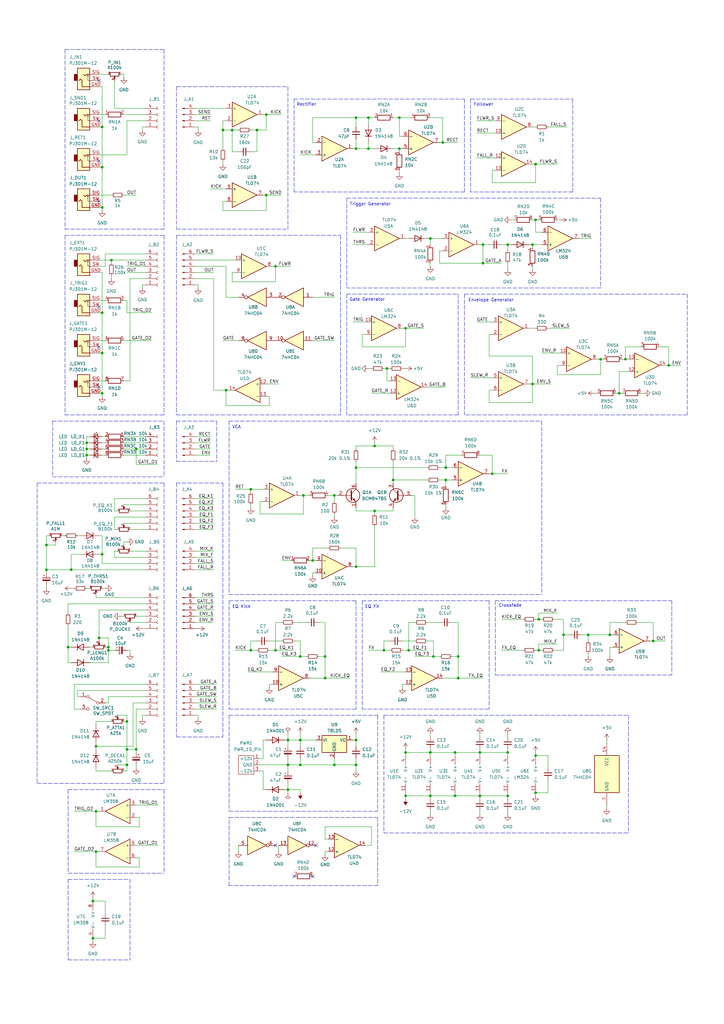
<source format=kicad_sch>
(kicad_sch (version 20231120) (generator "eeschema") (generator_version "8.0")
  (paper "A3" portrait)
  (title_block (title "Avalon Harmonics KickAid") (rev "v1.1") (company "Avalon Harmonics"))
  (junction (at 41.91 85.09))
  (junction (at 158.75 151.13))
  (junction (at 41.91 68.58))
  (junction (at 256.54 147.32))
  (junction (at 55.88 184.15))
  (junction (at 109.22 80.01))
  (junction (at 198.12 107.95))
  (junction (at 39.37 332.74))
  (junction (at 123.19 313.69))
  (junction (at 133.35 278.13))
  (junction (at 102.87 200.66))
  (junction (at 151.13 60.96))
  (junction (at 41.91 161.29))
  (junction (at 176.53 326.39))
  (junction (at 123.19 269.24))
  (junction (at 45.72 106.68))
  (junction (at 196.85 326.39))
  (junction (at 181.61 58.42))
  (junction (at 39.37 306.07))
  (junction (at 146.05 313.69))
  (junction (at 176.53 308.61))
  (junction (at 52.07 295.91))
  (junction (at 250.19 260.35))
  (junction (at 241.3 260.35))
  (junction (at 220.98 266.7))
  (junction (at 219.71 325.12))
  (junction (at 231.14 260.35))
  (junction (at 109.22 46.99))
  (junction (at 113.03 266.7))
  (junction (at 91.44 53.34))
  (junction (at 38.1 369.57))
  (junction (at 166.37 326.39))
  (junction (at 208.28 308.61))
  (junction (at 166.37 308.61))
  (junction (at 157.48 266.7))
  (junction (at 118.11 303.53))
  (junction (at 41.91 128.27))
  (junction (at 182.88 196.85))
  (junction (at 198.12 100.33))
  (junction (at 187.96 278.13))
  (junction (at 246.38 147.32))
  (junction (at 102.87 266.7))
  (junction (at 166.37 134.62))
  (junction (at 146.05 60.96))
  (junction (at 118.11 323.85))
  (junction (at 153.67 209.55))
  (junction (at 113.03 109.22))
  (junction (at 41.91 144.78))
  (junction (at 95.25 53.34))
  (junction (at 146.05 303.53))
  (junction (at 146.05 232.41))
  (junction (at 128.27 229.87))
  (junction (at 146.05 48.26))
  (junction (at 44.45 266.7))
  (junction (at 39.37 349.25))
  (junction (at 40.64 261.62))
  (junction (at 161.29 196.85))
  (junction (at 219.71 309.88))
  (junction (at 124.46 203.2))
  (junction (at 146.05 191.77))
  (junction (at 29.21 233.68))
  (junction (at 177.8 269.24))
  (junction (at 92.71 160.02))
  (junction (at 196.85 308.61))
  (junction (at 55.88 307.34))
  (junction (at 274.32 149.86))
  (junction (at 208.28 100.33))
  (junction (at 220.98 254))
  (junction (at 123.19 303.53))
  (junction (at 52.07 313.69))
  (junction (at 167.64 266.7))
  (junction (at 19.05 233.68))
  (junction (at 41.91 52.07))
  (junction (at 41.91 227.33))
  (junction (at 218.44 157.48))
  (junction (at 137.16 203.2))
  (junction (at 118.11 313.69))
  (junction (at 27.94 265.43))
  (junction (at 35.56 181.61))
  (junction (at 105.41 53.34))
  (junction (at 201.93 194.31))
  (junction (at 176.53 97.79))
  (junction (at 52.07 307.34))
  (junction (at 186.69 308.61))
  (junction (at 187.96 269.24))
  (junction (at 38.1 384.81))
  (junction (at 208.28 326.39))
  (junction (at 186.69 326.39))
  (junction (at 151.13 48.26))
  (junction (at 153.67 182.88))
  (junction (at 182.88 191.77))
  (junction (at 254 161.29))
  (junction (at 267.97 262.89))
  (junction (at 137.16 313.69))
  (junction (at 219.71 67.31))
  (junction (at 35.56 184.15))
  (junction (at 35.56 186.69))
  (junction (at 163.83 48.26))
  (junction (at 133.35 269.24))
  (junction (at 44.45 265.43))
  (junction (at 218.44 100.33))
  (junction (at 163.83 60.96))
  (junction (at 19.05 223.52))
  (junction (at 219.71 90.17))
  (no_connect (at 40.64 33.02))
  (no_connect (at 40.64 82.55))
  (no_connect (at 40.64 49.53))
  (no_connect (at 129.54 346.71))
  (no_connect (at 128.27 359.41))
  (no_connect (at 120.65 359.41))
  (no_connect (at 40.64 66.04))
  (no_connect (at 113.03 346.71))
  (no_connect (at 40.64 125.73))
  (no_connect (at 40.64 142.24))
  (no_connect (at 40.64 158.75))
  (wire (pts (xy 228.6 149.86) (xy 228.6 153.67)))
  (wire (pts (xy 228.6 90.17) (xy 229.87 90.17)))
  (wire (pts (xy 218.44 100.33) (xy 218.44 101.6)))
  (wire (pts (xy 40.64 106.68) (xy 45.72 106.68)))
  (wire (pts (xy 228.6 264.16) (xy 220.98 264.16)))
  (wire (pts (xy 158.75 151.13) (xy 158.75 156.21)))
  (wire (pts (xy 187.96 255.27) (xy 187.96 269.24)))
  (wire (pts (xy 118.11 303.53) (xy 118.11 306.07)))
  (wire (pts (xy 80.01 233.68) (xy 87.63 233.68)))
  (wire (pts (xy 128.27 234.95) (xy 129.54 234.95)))
  (wire (pts (xy 196.85 308.61) (xy 208.28 308.61)))
  (wire (pts (xy 123.19 313.69) (xy 137.16 313.69)))
  (wire (pts (xy 238.76 260.35) (xy 241.3 260.35)))
  (wire (pts (xy 161.29 196.85) (xy 161.29 198.12)))
  (wire (pts (xy 208.28 327.66) (xy 208.28 326.39)))
  (wire (pts (xy 146.05 52.07) (xy 146.05 48.26)))
  (wire (pts (xy 80.01 288.29) (xy 88.9 288.29)))
  (wire (pts (xy 274.32 149.86) (xy 279.4 149.86)))
  (polyline (pts (xy 27.94 358.14) (xy 67.31 358.14)) (stroke (width 0) (type dash)))
  (polyline (pts (xy 67.31 198.12) (xy 67.31 321.31)) (stroke (width 0) (type dash)))
  (wire (pts (xy 44.45 261.62) (xy 44.45 265.43)))
  (wire (pts (xy 80.01 290.83) (xy 88.9 290.83)))
  (wire (pts (xy 144.78 60.96) (xy 146.05 60.96)))
  (polyline (pts (xy 154.94 335.28) (xy 154.94 363.22)) (stroke (width 0) (type dash)))
  (wire (pts (xy 156.21 275.59) (xy 166.37 275.59)))
  (wire (pts (xy 40.64 139.7) (xy 43.18 139.7)))
  (wire (pts (xy 80.01 116.84) (xy 81.28 116.84)))
  (wire (pts (xy 123.19 300.99) (xy 123.19 303.53)))
  (wire (pts (xy 80.01 245.11) (xy 87.63 245.11)))
  (wire (pts (xy 91.44 139.7) (xy 97.79 139.7)))
  (wire (pts (xy 96.52 200.66) (xy 102.87 200.66)))
  (wire (pts (xy 261.62 255.27) (xy 267.97 255.27)))
  (wire (pts (xy 118.11 300.99) (xy 118.11 303.53)))
  (wire (pts (xy 55.88 290.83) (xy 55.88 307.34)))
  (wire (pts (xy 55.88 313.69) (xy 55.88 314.96)))
  (polyline (pts (xy 222.25 172.72) (xy 222.25 243.84)) (stroke (width 0) (type dash)))
  (wire (pts (xy 146.05 48.26) (xy 151.13 48.26)))
  (wire (pts (xy 53.34 209.55) (xy 59.69 209.55)))
  (wire (pts (xy 128.27 121.92) (xy 137.16 121.92)))
  (wire (pts (xy 29.21 241.3) (xy 30.48 241.3)))
  (wire (pts (xy 57.15 335.28) (xy 55.88 335.28)))
  (wire (pts (xy 146.05 303.53) (xy 144.78 303.53)))
  (wire (pts (xy 133.35 349.25) (xy 133.35 350.52)))
  (wire (pts (xy 208.28 107.95) (xy 208.28 110.49)))
  (wire (pts (xy 50.8 222.25) (xy 50.8 223.52)))
  (wire (pts (xy 44.45 271.78) (xy 44.45 266.7)))
  (wire (pts (xy 146.05 191.77) (xy 146.05 198.12)))
  (wire (pts (xy 219.71 67.31) (xy 228.6 67.31)))
  (wire (pts (xy 57.15 351.79) (xy 57.15 355.6)))
  (wire (pts (xy 200.66 194.31) (xy 201.93 194.31)))
  (wire (pts (xy 176.53 300.99) (xy 176.53 302.26)))
  (polyline (pts (xy 67.31 20.32) (xy 67.31 93.98)) (stroke (width 0) (type dash)))
  (wire (pts (xy 107.95 323.85) (xy 109.22 323.85)))
  (wire (pts (xy 107.95 80.01) (xy 109.22 80.01)))
  (wire (pts (xy 39.37 316.23) (xy 39.37 314.96)))
  (wire (pts (xy 81.28 257.81) (xy 80.01 257.81)))
  (wire (pts (xy 195.58 54.61) (xy 203.2 54.61)))
  (wire (pts (xy 146.05 189.23) (xy 146.05 191.77)))
  (wire (pts (xy 153.67 209.55) (xy 153.67 210.82)))
  (polyline (pts (xy 120.65 40.64) (xy 120.65 78.74)) (stroke (width 0) (type dash)))
  (wire (pts (xy 95.25 53.34) (xy 91.44 53.34)))
  (wire (pts (xy 106.68 210.82) (xy 124.46 210.82)))
  (polyline (pts (xy 72.39 96.52) (xy 139.7 96.52)) (stroke (width 0) (type dash)))
  (wire (pts (xy 41.91 227.33) (xy 41.91 231.14)))
  (wire (pts (xy 50.8 207.01) (xy 59.69 207.01)))
  (wire (pts (xy 128.27 224.79) (xy 128.27 229.87)))
  (wire (pts (xy 41.91 219.71) (xy 40.64 219.71)))
  (wire (pts (xy 129.54 58.42) (xy 128.27 58.42)))
  (wire (pts (xy 113.03 115.57) (xy 113.03 109.22)))
  (polyline (pts (xy 91.44 198.12) (xy 91.44 302.26)) (stroke (width 0) (type dash)))
  (polyline (pts (xy 72.39 172.72) (xy 72.39 189.23)) (stroke (width 0) (type dash)))
  (wire (pts (xy 40.64 250.19) (xy 40.64 261.62)))
  (wire (pts (xy 144.78 232.41) (xy 146.05 232.41)))
  (wire (pts (xy 110.49 266.7) (xy 113.03 266.7)))
  (polyline (pts (xy 72.39 198.12) (xy 91.44 198.12)) (stroke (width 0) (type dash)))
  (wire (pts (xy 146.05 209.55) (xy 146.05 208.28)))
  (wire (pts (xy 186.69 308.61) (xy 196.85 308.61)))
  (wire (pts (xy 176.53 326.39) (xy 176.53 325.12)))
  (wire (pts (xy 80.01 44.45) (xy 92.71 44.45)))
  (wire (pts (xy 148.59 142.24) (xy 148.59 137.16)))
  (wire (pts (xy 201.93 74.93) (xy 219.71 74.93)))
  (wire (pts (xy 110.49 262.89) (xy 115.57 262.89)))
  (wire (pts (xy 176.53 107.95) (xy 176.53 109.22)))
  (wire (pts (xy 201.93 194.31) (xy 208.28 194.31)))
  (wire (pts (xy 115.57 269.24) (xy 123.19 269.24)))
  (wire (pts (xy 231.14 254) (xy 231.14 260.35)))
  (wire (pts (xy 55.88 190.5) (xy 55.88 184.15)))
  (wire (pts (xy 58.42 52.07) (xy 58.42 53.34)))
  (wire (pts (xy 209.55 100.33) (xy 208.28 100.33)))
  (wire (pts (xy 176.53 332.74) (xy 176.53 334.01)))
  (wire (pts (xy 40.64 46.99) (xy 43.18 46.99)))
  (polyline (pts (xy 190.5 78.74) (xy 120.65 78.74)) (stroke (width 0) (type dash)))
  (polyline (pts (xy 72.39 96.52) (xy 72.39 170.18)) (stroke (width 0) (type dash)))
  (wire (pts (xy 22.86 223.52) (xy 19.05 223.52)))
  (wire (pts (xy 80.01 283.21) (xy 88.9 283.21)))
  (wire (pts (xy 39.37 245.11) (xy 59.69 245.11)))
  (wire (pts (xy 102.87 262.89) (xy 102.87 266.7)))
  (wire (pts (xy 262.89 161.29) (xy 264.16 161.29)))
  (wire (pts (xy 31.75 219.71) (xy 33.02 219.71)))
  (wire (pts (xy 262.89 142.24) (xy 256.54 142.24)))
  (wire (pts (xy 208.28 326.39) (xy 208.28 325.12)))
  (wire (pts (xy 107.95 303.53) (xy 109.22 303.53)))
  (wire (pts (xy 196.85 326.39) (xy 196.85 325.12)))
  (wire (pts (xy 256.54 142.24) (xy 256.54 147.32)))
  (wire (pts (xy 40.64 156.21) (xy 43.18 156.21)))
  (wire (pts (xy 30.48 280.67) (xy 30.48 290.83)))
  (wire (pts (xy 246.38 153.67) (xy 246.38 147.32)))
  (wire (pts (xy 53.34 217.17) (xy 59.69 217.17)))
  (wire (pts (xy 41.91 186.69) (xy 43.18 186.69)))
  (wire (pts (xy 146.05 232.41) (xy 153.67 232.41)))
  (wire (pts (xy 118.11 323.85) (xy 118.11 325.12)))
  (polyline (pts (xy 26.67 96.52) (xy 26.67 170.18)) (stroke (width 0) (type dash)))
  (wire (pts (xy 52.07 49.53) (xy 52.07 63.5)))
  (wire (pts (xy 133.35 349.25) (xy 134.62 349.25)))
  (wire (pts (xy 123.19 203.2) (xy 124.46 203.2)))
  (wire (pts (xy 59.69 52.07) (xy 58.42 52.07)))
  (wire (pts (xy 55.88 307.34) (xy 52.07 307.34)))
  (wire (pts (xy 217.17 134.62) (xy 219.71 134.62)))
  (wire (pts (xy 40.64 63.5) (xy 52.07 63.5)))
  (wire (pts (xy 80.01 204.47) (xy 87.63 204.47)))
  (wire (pts (xy 96.52 266.7) (xy 102.87 266.7)))
  (wire (pts (xy 58.42 116.84) (xy 58.42 118.11)))
  (wire (pts (xy 40.64 261.62) (xy 40.64 262.89)))
  (wire (pts (xy 52.07 295.91) (xy 52.07 307.34)))
  (wire (pts (xy 39.37 332.74) (xy 40.64 332.74)))
  (wire (pts (xy 133.35 344.17) (xy 133.35 339.09)))
  (wire (pts (xy 27.94 265.43) (xy 29.21 265.43)))
  (polyline (pts (xy 93.98 293.37) (xy 93.98 332.74)) (stroke (width 0) (type dash)))
  (wire (pts (xy 170.18 203.2) (xy 170.18 212.09)))
  (wire (pts (xy 146.05 191.77) (xy 175.26 191.77)))
  (wire (pts (xy 224.79 309.88) (xy 219.71 309.88)))
  (wire (pts (xy 118.11 303.53) (xy 123.19 303.53)))
  (wire (pts (xy 153.67 209.55) (xy 161.29 209.55)))
  (wire (pts (xy 182.88 196.85) (xy 182.88 199.39)))
  (wire (pts (xy 19.05 223.52) (xy 19.05 219.71)))
  (polyline (pts (xy 26.67 93.98) (xy 67.31 93.98)) (stroke (width 0) (type dash)))
  (wire (pts (xy 41.91 184.15) (xy 43.18 184.15)))
  (polyline (pts (xy 139.7 96.52) (xy 139.7 170.18)) (stroke (width 0) (type dash)))
  (wire (pts (xy 185.42 196.85) (xy 182.88 196.85)))
  (wire (pts (xy 128.27 234.95) (xy 128.27 236.22)))
  (wire (pts (xy 52.07 293.37) (xy 52.07 295.91)))
  (polyline (pts (xy 26.67 20.32) (xy 26.67 93.98)) (stroke (width 0) (type dash)))
  (wire (pts (xy 182.88 186.69) (xy 182.88 191.77)))
  (wire (pts (xy 57.15 351.79) (xy 55.88 351.79)))
  (wire (pts (xy 91.44 66.04) (xy 91.44 67.31)))
  (wire (pts (xy 92.71 121.92) (xy 92.71 109.22)))
  (wire (pts (xy 97.79 62.23) (xy 95.25 62.23)))
  (polyline (pts (xy 72.39 93.98) (xy 118.11 93.98)) (stroke (width 0) (type dash)))
  (wire (pts (xy 50.8 139.7) (xy 62.23 139.7)))
  (wire (pts (xy 205.74 100.33) (xy 208.28 100.33)))
  (wire (pts (xy 40.64 227.33) (xy 41.91 227.33)))
  (wire (pts (xy 40.64 144.78) (xy 41.91 144.78)))
  (wire (pts (xy 166.37 307.34) (xy 166.37 308.61)))
  (wire (pts (xy 80.01 226.06) (xy 87.63 226.06)))
  (wire (pts (xy 146.05 182.88) (xy 146.05 184.15)))
  (wire (pts (xy 243.84 161.29) (xy 245.11 161.29)))
  (polyline (pts (xy 26.67 20.32) (xy 67.31 20.32)) (stroke (width 0) (type dash)))
  (wire (pts (xy 254 152.4) (xy 257.81 152.4)))
  (polyline (pts (xy 93.98 172.72) (xy 222.25 172.72)) (stroke (width 0) (type dash)))
  (wire (pts (xy 176.53 48.26) (xy 181.61 48.26)))
  (wire (pts (xy 163.83 60.96) (xy 165.1 60.96)))
  (wire (pts (xy 102.87 201.93) (xy 102.87 200.66)))
  (wire (pts (xy 175.26 255.27) (xy 180.34 255.27)))
  (wire (pts (xy 43.18 369.57) (xy 38.1 369.57)))
  (wire (pts (xy 182.88 207.01) (xy 182.88 208.28)))
  (wire (pts (xy 208.28 102.87) (xy 208.28 100.33)))
  (wire (pts (xy 170.18 269.24) (xy 177.8 269.24)))
  (wire (pts (xy 208.28 307.34) (xy 208.28 308.61)))
  (wire (pts (xy 198.12 107.95) (xy 205.74 107.95)))
  (wire (pts (xy 50.8 186.69) (xy 59.69 186.69)))
  (wire (pts (xy 220.98 90.17) (xy 219.71 90.17)))
  (wire (pts (xy 44.45 266.7) (xy 44.45 265.43)))
  (wire (pts (xy 146.05 60.96) (xy 151.13 60.96)))
  (wire (pts (xy 29.21 233.68) (xy 29.21 227.33)))
  (wire (pts (xy 80.01 52.07) (xy 81.28 52.07)))
  (wire (pts (xy 176.53 308.61) (xy 166.37 308.61)))
  (wire (pts (xy 39.37 307.34) (xy 39.37 306.07)))
  (wire (pts (xy 102.87 62.23) (xy 105.41 62.23)))
  (wire (pts (xy 58.42 293.37) (xy 59.69 293.37)))
  (wire (pts (xy 59.69 116.84) (xy 58.42 116.84)))
  (wire (pts (xy 87.63 160.02) (xy 92.71 160.02)))
  (wire (pts (xy 59.69 280.67) (xy 30.48 280.67)))
  (wire (pts (xy 52.07 128.27) (xy 52.07 123.19)))
  (polyline (pts (xy 234.95 40.64) (xy 234.95 78.74)) (stroke (width 0) (type dash)))
  (wire (pts (xy 49.53 252.73) (xy 50.8 252.73)))
  (wire (pts (xy 54.61 306.07) (xy 39.37 306.07)))
  (wire (pts (xy 22.86 222.25) (xy 22.86 223.52)))
  (wire (pts (xy 109.22 86.36) (xy 109.22 80.01)))
  (wire (pts (xy 107.95 316.23) (xy 106.68 316.23)))
  (wire (pts (xy 219.71 90.17) (xy 219.71 95.25)))
  (wire (pts (xy 39.37 295.91) (xy 39.37 297.18)))
  (wire (pts (xy 181.61 58.42) (xy 180.34 58.42)))
  (wire (pts (xy 80.01 209.55) (xy 87.63 209.55)))
  (wire (pts (xy 158.75 156.21) (xy 160.02 156.21)))
  (wire (pts (xy 109.22 162.56) (xy 110.49 162.56)))
  (wire (pts (xy 201.93 160.02) (xy 200.66 160.02)))
  (wire (pts (xy 205.74 254) (xy 214.63 254)))
  (wire (pts (xy 41.91 179.07) (xy 43.18 179.07)))
  (wire (pts (xy 41.91 111.76) (xy 40.64 111.76)))
  (wire (pts (xy 180.34 102.87) (xy 180.34 107.95)))
  (wire (pts (xy 241.3 260.35) (xy 250.19 260.35)))
  (polyline (pts (xy 142.24 81.28) (xy 246.38 81.28)) (stroke (width 0) (type dash)))
  (wire (pts (xy 176.53 97.79) (xy 181.61 97.79)))
  (wire (pts (xy 80.01 186.69) (xy 86.36 186.69)))
  (wire (pts (xy 220.98 251.46) (xy 220.98 254)))
  (wire (pts (xy 124.46 210.82) (xy 124.46 203.2)))
  (wire (pts (xy 45.72 295.91) (xy 39.37 295.91)))
  (wire (pts (xy 39.37 349.25) (xy 39.37 355.6)))
  (wire (pts (xy 167.64 266.7) (xy 175.26 266.7)))
  (wire (pts (xy 48.26 226.06) (xy 46.99 226.06)))
  (wire (pts (xy 80.01 255.27) (xy 87.63 255.27)))
  (wire (pts (xy 181.61 278.13) (xy 187.96 278.13)))
  (wire (pts (xy 167.64 266.7) (xy 167.64 255.27)))
  (wire (pts (xy 80.01 250.19) (xy 87.63 250.19)))
  (wire (pts (xy 151.13 266.7) (xy 157.48 266.7)))
  (wire (pts (xy 152.4 339.09) (xy 152.4 346.71)))
  (polyline (pts (xy 281.94 170.18) (xy 190.5 170.18)) (stroke (width 0) (type dash)))
  (wire (pts (xy 80.01 214.63) (xy 87.63 214.63)))
  (wire (pts (xy 81.28 52.07) (xy 81.28 53.34)))
  (wire (pts (xy 101.6 275.59) (xy 111.76 275.59)))
  (wire (pts (xy 180.34 107.95) (xy 198.12 107.95)))
  (wire (pts (xy 35.56 186.69) (xy 35.56 184.15)))
  (wire (pts (xy 187.96 278.13) (xy 198.12 278.13)))
  (wire (pts (xy 19.05 240.03) (xy 19.05 241.3)))
  (wire (pts (xy 91.44 53.34) (xy 91.44 60.96)))
  (wire (pts (xy 218.44 157.48) (xy 226.06 157.48)))
  (polyline (pts (xy 27.94 323.85) (xy 67.31 323.85)) (stroke (width 0) (type dash)))
  (wire (pts (xy 185.42 255.27) (xy 187.96 255.27)))
  (wire (pts (xy 44.45 288.29) (xy 43.18 288.29)))
  (wire (pts (xy 59.69 49.53) (xy 52.07 49.53)))
  (wire (pts (xy 220.98 264.16) (xy 220.98 266.7)))
  (wire (pts (xy 210.82 90.17) (xy 209.55 90.17)))
  (wire (pts (xy 149.86 346.71) (xy 152.4 346.71)))
  (wire (pts (xy 176.53 326.39) (xy 186.69 326.39)))
  (wire (pts (xy 151.13 48.26) (xy 151.13 50.8)))
  (wire (pts (xy 118.11 323.85) (xy 123.19 323.85)))
  (wire (pts (xy 153.67 215.9) (xy 153.67 232.41)))
  (polyline (pts (xy 190.5 40.64) (xy 190.5 78.74)) (stroke (width 0) (type dash)))
  (wire (pts (xy 170.18 203.2) (xy 168.91 203.2)))
  (wire (pts (xy 176.53 307.34) (xy 176.53 308.61)))
  (polyline (pts (xy 27.94 360.68) (xy 53.34 360.68)) (stroke (width 0) (type dash)))
  (wire (pts (xy 187.96 278.13) (xy 187.96 269.24)))
  (polyline (pts (xy 21.59 172.72) (xy 21.59 195.58)) (stroke (width 0) (type dash)))
  (wire (pts (xy 118.11 323.85) (xy 118.11 321.31)))
  (wire (pts (xy 146.05 306.07) (xy 146.05 303.53)))
  (polyline (pts (xy 157.48 293.37) (xy 257.81 293.37)) (stroke (width 0) (type dash)))
  (wire (pts (xy 250.19 260.35) (xy 251.46 260.35)))
  (wire (pts (xy 167.64 255.27) (xy 170.18 255.27)))
  (wire (pts (xy 102.87 53.34) (xy 105.41 53.34)))
  (wire (pts (xy 46.99 228.6) (xy 59.69 228.6)))
  (wire (pts (xy 219.71 308.61) (xy 219.71 309.88)))
  (wire (pts (xy 128.27 139.7) (xy 137.16 139.7)))
  (wire (pts (xy 231.14 260.35) (xy 231.14 266.7)))
  (wire (pts (xy 40.64 250.19) (xy 59.69 250.19)))
  (wire (pts (xy 80.01 207.01) (xy 87.63 207.01)))
  (wire (pts (xy 146.05 300.99) (xy 146.05 303.53)))
  (polyline (pts (xy 67.31 172.72) (xy 67.31 195.58)) (stroke (width 0) (type dash)))
  (wire (pts (xy 80.01 49.53) (xy 86.36 49.53)))
  (wire (pts (xy 146.05 182.88) (xy 153.67 182.88)))
  (wire (pts (xy 148.59 137.16) (xy 149.86 137.16)))
  (polyline (pts (xy 26.67 96.52) (xy 67.31 96.52)) (stroke (width 0) (type dash)))
  (wire (pts (xy 53.34 267.97) (xy 53.34 266.7)))
  (wire (pts (xy 176.53 100.33) (xy 176.53 97.79)))
  (wire (pts (xy 201.93 69.85) (xy 201.93 74.93)))
  (wire (pts (xy 102.87 208.28) (xy 102.87 207.01)))
  (wire (pts (xy 80.01 114.3) (xy 87.63 114.3)))
  (polyline (pts (xy 148.59 290.83) (xy 200.66 290.83)) (stroke (width 0) (type dash)))
  (polyline (pts (xy 120.65 40.64) (xy 190.5 40.64)) (stroke (width 0) (type dash)))
  (wire (pts (xy 195.58 64.77) (xy 203.2 64.77)))
  (polyline (pts (xy 190.5 120.65) (xy 190.5 170.18)) (stroke (width 0) (type dash)))
  (wire (pts (xy 219.71 95.25) (xy 222.25 95.25)))
  (wire (pts (xy 81.28 294.64) (xy 81.28 293.37)))
  (wire (pts (xy 105.41 53.34) (xy 109.22 53.34)))
  (wire (pts (xy 33.02 227.33) (xy 29.21 227.33)))
  (wire (pts (xy 177.8 262.89) (xy 177.8 269.24)))
  (polyline (pts (xy 27.94 360.68) (xy 27.94 393.7)) (stroke (width 0) (type dash)))
  (wire (pts (xy 39.37 332.74) (xy 39.37 339.09)))
  (wire (pts (xy 161.29 60.96) (xy 163.83 60.96)))
  (wire (pts (xy 80.01 252.73) (xy 87.63 252.73)))
  (wire (pts (xy 35.56 241.3) (xy 36.83 241.3)))
  (wire (pts (xy 41.91 161.29) (xy 41.91 144.78)))
  (wire (pts (xy 41.91 52.07) (xy 41.91 68.58)))
  (wire (pts (xy 133.35 339.09) (xy 152.4 339.09)))
  (wire (pts (xy 229.87 149.86) (xy 228.6 149.86)))
  (wire (pts (xy 113.03 109.22) (xy 119.38 109.22)))
  (wire (pts (xy 195.58 132.08) (xy 201.93 132.08)))
  (wire (pts (xy 219.71 266.7) (xy 220.98 266.7)))
  (wire (pts (xy 40.64 123.19) (xy 43.18 123.19)))
  (wire (pts (xy 46.99 44.45) (xy 46.99 33.02)))
  (wire (pts (xy 46.99 209.55) (xy 48.26 209.55)))
  (wire (pts (xy 130.81 269.24) (xy 133.35 269.24)))
  (wire (pts (xy 160.02 266.7) (xy 157.48 266.7)))
  (wire (pts (xy 248.92 303.53) (xy 248.92 304.8)))
  (wire (pts (xy 218.44 157.48) (xy 217.17 157.48)))
  (wire (pts (xy 105.41 62.23) (xy 105.41 53.34)))
  (wire (pts (xy 107.95 323.85) (xy 107.95 316.23)))
  (polyline (pts (xy 93.98 246.38) (xy 146.05 246.38)) (stroke (width 0) (type dash)))
  (polyline (pts (xy 26.67 170.18) (xy 67.31 170.18)) (stroke (width 0) (type dash)))
  (wire (pts (xy 133.35 255.27) (xy 133.35 269.24)))
  (wire (pts (xy 231.14 254) (xy 227.33 254)))
  (wire (pts (xy 39.37 349.25) (xy 40.64 349.25)))
  (polyline (pts (xy 187.96 120.65) (xy 187.96 170.18)) (stroke (width 0) (type dash)))
  (wire (pts (xy 41.91 86.36) (xy 41.91 85.09)))
  (wire (pts (xy 176.53 309.88) (xy 176.53 308.61)))
  (wire (pts (xy 163.83 48.26) (xy 168.91 48.26)))
  (polyline (pts (xy 93.98 290.83) (xy 146.05 290.83)) (stroke (width 0) (type dash)))
  (polyline (pts (xy 275.59 246.38) (xy 275.59 276.86)) (stroke (width 0) (type dash)))
  (wire (pts (xy 111.76 109.22) (xy 113.03 109.22)))
  (wire (pts (xy 27.94 265.43) (xy 27.94 271.78)))
  (wire (pts (xy 161.29 189.23) (xy 161.29 196.85)))
  (wire (pts (xy 59.69 233.68) (xy 29.21 233.68)))
  (polyline (pts (xy 15.24 198.12) (xy 15.24 321.31)) (stroke (width 0) (type dash)))
  (wire (pts (xy 127 278.13) (xy 133.35 278.13)))
  (wire (pts (xy 146.05 313.69) (xy 146.05 316.23)))
  (wire (pts (xy 44.45 285.75) (xy 44.45 288.29)))
  (wire (pts (xy 50.8 181.61) (xy 59.69 181.61)))
  (wire (pts (xy 97.79 53.34) (xy 95.25 53.34)))
  (polyline (pts (xy 203.2 246.38) (xy 275.59 246.38)) (stroke (width 0) (type dash)))
  (wire (pts (xy 41.91 128.27) (xy 40.64 128.27)))
  (polyline (pts (xy 203.2 276.86) (xy 275.59 276.86)) (stroke (width 0) (type dash)))
  (wire (pts (xy 176.53 327.66) (xy 176.53 326.39)))
  (polyline (pts (xy 154.94 363.22) (xy 93.98 363.22)) (stroke (width 0) (type dash)))
  (wire (pts (xy 80.01 104.14) (xy 87.63 104.14)))
  (wire (pts (xy 80.01 181.61) (xy 86.36 181.61)))
  (wire (pts (xy 241.3 260.35) (xy 241.3 262.89)))
  (wire (pts (xy 58.42 257.81) (xy 59.69 257.81)))
  (wire (pts (xy 200.66 146.05) (xy 218.44 146.05)))
  (wire (pts (xy 166.37 134.62) (xy 165.1 134.62)))
  (wire (pts (xy 109.22 80.01) (xy 115.57 80.01)))
  (wire (pts (xy 175.26 262.89) (xy 177.8 262.89)))
  (wire (pts (xy 250.19 255.27) (xy 250.19 260.35)))
  (wire (pts (xy 220.98 254) (xy 222.25 254)))
  (wire (pts (xy 134.62 224.79) (xy 128.27 224.79)))
  (wire (pts (xy 52.07 111.76) (xy 59.69 111.76)))
  (wire (pts (xy 41.91 111.76) (xy 41.91 128.27)))
  (wire (pts (xy 92.71 160.02) (xy 93.98 160.02)))
  (wire (pts (xy 50.8 30.48) (xy 49.53 30.48)))
  (polyline (pts (xy 67.31 96.52) (xy 67.31 170.18)) (stroke (width 0) (type dash)))
  (wire (pts (xy 41.91 219.71) (xy 41.91 227.33)))
  (wire (pts (xy 106.68 205.74) (xy 106.68 210.82)))
  (wire (pts (xy 250.19 269.24) (xy 250.19 265.43)))
  (wire (pts (xy 40.64 52.07) (xy 41.91 52.07)))
  (wire (pts (xy 80.01 106.68) (xy 96.52 106.68)))
  (wire (pts (xy 219.71 67.31) (xy 218.44 67.31)))
  (polyline (pts (xy 21.59 195.58) (xy 67.31 195.58)) (stroke (width 0) (type dash)))
  (wire (pts (xy 52.07 316.23) (xy 50.8 316.23)))
  (wire (pts (xy 185.42 269.24) (xy 187.96 269.24)))
  (wire (pts (xy 218.44 146.05) (xy 218.44 157.48)))
  (wire (pts (xy 110.49 166.37) (xy 92.71 166.37)))
  (wire (pts (xy 80.01 111.76) (xy 87.63 111.76)))
  (wire (pts (xy 195.58 49.53) (xy 203.2 49.53)))
  (wire (pts (xy 218.44 109.22) (xy 218.44 110.49)))
  (wire (pts (xy 118.11 313.69) (xy 123.19 313.69)))
  (wire (pts (xy 35.56 184.15) (xy 35.56 181.61)))
  (wire (pts (xy 59.69 204.47) (xy 46.99 204.47)))
  (wire (pts (xy 19.05 233.68) (xy 29.21 233.68)))
  (wire (pts (xy 118.11 303.53) (xy 116.84 303.53)))
  (wire (pts (xy 53.34 114.3) (xy 59.69 114.3)))
  (polyline (pts (xy 154.94 293.37) (xy 154.94 332.74)) (stroke (width 0) (type dash)))
  (wire (pts (xy 43.18 265.43) (xy 44.45 265.43)))
  (polyline (pts (xy 146.05 246.38) (xy 146.05 290.83)) (stroke (width 0) (type dash)))
  (wire (pts (xy 274.32 149.86) (xy 273.05 149.86)))
  (wire (pts (xy 205.74 266.7) (xy 214.63 266.7)))
  (wire (pts (xy 196.85 307.34) (xy 196.85 308.61)))
  (wire (pts (xy 48.26 293.37) (xy 52.07 293.37)))
  (wire (pts (xy 267.97 255.27) (xy 267.97 262.89)))
  (wire (pts (xy 50.8 156.21) (xy 53.34 156.21)))
  (wire (pts (xy 53.34 266.7) (xy 52.07 266.7)))
  (wire (pts (xy 106.68 205.74) (xy 107.95 205.74)))
  (wire (pts (xy 43.18 104.14) (xy 59.69 104.14)))
  (wire (pts (xy 176.53 97.79) (xy 175.26 97.79)))
  (wire (pts (xy 95.25 111.76) (xy 96.52 111.76)))
  (polyline (pts (xy 27.94 323.85) (xy 27.94 358.14)) (stroke (width 0) (type dash)))
  (wire (pts (xy 165.1 262.89) (xy 170.18 262.89)))
  (wire (pts (xy 137.16 210.82) (xy 137.16 212.09)))
  (wire (pts (xy 161.29 209.55) (xy 161.29 208.28)))
  (wire (pts (xy 165.1 266.7) (xy 167.64 266.7)))
  (wire (pts (xy 220.98 266.7) (xy 222.25 266.7)))
  (wire (pts (xy 267.97 262.89) (xy 266.7 262.89)))
  (wire (pts (xy 134.62 203.2) (xy 137.16 203.2)))
  (wire (pts (xy 153.67 182.88) (xy 153.67 181.61)))
  (wire (pts (xy 137.16 313.69) (xy 146.05 313.69)))
  (wire (pts (xy 137.16 203.2) (xy 138.43 203.2)))
  (wire (pts (xy 193.04 154.94) (xy 201.93 154.94)))
  (wire (pts (xy 165.1 151.13) (xy 166.37 151.13)))
  (wire (pts (xy 92.71 166.37) (xy 92.71 160.02)))
  (wire (pts (xy 217.17 100.33) (xy 218.44 100.33)))
  (wire (pts (xy 59.69 44.45) (xy 46.99 44.45)))
  (wire (pts (xy 186.69 308.61) (xy 186.69 309.88)))
  (wire (pts (xy 248.92 330.2) (xy 248.92 331.47)))
  (wire (pts (xy 31.75 283.21) (xy 31.75 285.75)))
  (wire (pts (xy 59.69 283.21) (xy 31.75 283.21)))
  (wire (pts (xy 274.32 142.24) (xy 274.32 149.86)))
  (wire (pts (xy 181.61 102.87) (xy 180.34 102.87)))
  (wire (pts (xy 109.22 46.99) (xy 109.22 53.34)))
  (wire (pts (xy 160.02 151.13) (xy 158.75 151.13)))
  (wire (pts (xy 50.8 214.63) (xy 59.69 214.63)))
  (wire (pts (xy 198.12 100.33) (xy 196.85 100.33)))
  (wire (pts (xy 81.28 116.84) (xy 81.28 118.11)))
  (wire (pts (xy 113.03 255.27) (xy 115.57 255.27)))
  (wire (pts (xy 222.25 144.78) (xy 229.87 144.78)))
  (wire (pts (xy 200.66 160.02) (xy 200.66 165.1)))
  (wire (pts (xy 30.48 332.74) (xy 39.37 332.74)))
  (wire (pts (xy 52.07 109.22) (xy 59.69 109.22)))
  (wire (pts (xy 57.15 355.6) (xy 39.37 355.6)))
  (wire (pts (xy 25.4 219.71) (xy 26.67 219.71)))
  (wire (pts (xy 46.99 226.06) (xy 46.99 228.6)))
  (polyline (pts (xy 88.9 172.72) (xy 88.9 189.23)) (stroke (width 0) (type dash)))
  (wire (pts (xy 35.56 187.96) (xy 35.56 186.69)))
  (wire (pts (xy 161.29 182.88) (xy 153.67 182.88)))
  (wire (pts (xy 43.18 379.73) (xy 43.18 384.81)))
  (wire (pts (xy 50.8 184.15) (xy 55.88 184.15)))
  (wire (pts (xy 134.62 344.17) (xy 133.35 344.17)))
  (wire (pts (xy 254 161.29) (xy 255.27 161.29)))
  (polyline (pts (xy 148.59 246.38) (xy 148.59 290.83)) (stroke (width 0) (type dash)))
  (wire (pts (xy 55.88 330.2) (xy 64.77 330.2)))
  (wire (pts (xy 186.69 326.39) (xy 196.85 326.39)))
  (polyline (pts (xy 72.39 35.56) (xy 72.39 93.98)) (stroke (width 0) (type dash)))
  (wire (pts (xy 114.3 346.71) (xy 114.3 349.25)))
  (wire (pts (xy 44.45 261.62) (xy 40.64 261.62)))
  (wire (pts (xy 166.37 134.62) (xy 166.37 142.24)))
  (wire (pts (xy 80.01 280.67) (xy 88.9 280.67)))
  (wire (pts (xy 43.18 109.22) (xy 40.64 109.22)))
  (wire (pts (xy 208.28 332.74) (xy 208.28 334.01)))
  (wire (pts (xy 123.19 262.89) (xy 123.19 269.24)))
  (wire (pts (xy 41.91 231.14) (xy 59.69 231.14)))
  (wire (pts (xy 35.56 184.15) (xy 36.83 184.15)))
  (wire (pts (xy 200.66 137.16) (xy 200.66 146.05)))
  (wire (pts (xy 41.91 35.56) (xy 41.91 52.07)))
  (wire (pts (xy 48.26 313.69) (xy 52.07 313.69)))
  (polyline (pts (xy 246.38 118.11) (xy 142.24 118.11)) (stroke (width 0) (type dash)))
  (polyline (pts (xy 93.98 293.37) (xy 154.94 293.37)) (stroke (width 0) (type dash)))
  (wire (pts (xy 166.37 308.61) (xy 166.37 309.88)))
  (wire (pts (xy 124.46 203.2) (xy 127 203.2)))
  (wire (pts (xy 97.79 121.92) (xy 92.71 121.92)))
  (wire (pts (xy 224.79 52.07) (xy 232.41 52.07)))
  (wire (pts (xy 118.11 311.15) (xy 118.11 313.69)))
  (polyline (pts (xy 72.39 198.12) (xy 72.39 302.26)) (stroke (width 0) (type dash)))
  (wire (pts (xy 133.35 278.13) (xy 143.51 278.13)))
  (wire (pts (xy 166.37 325.12) (xy 166.37 326.39)))
  (wire (pts (xy 80.01 212.09) (xy 87.63 212.09)))
  (wire (pts (xy 250.19 265.43) (xy 251.46 265.43)))
  (wire (pts (xy 19.05 234.95) (xy 19.05 233.68)))
  (wire (pts (xy 95.25 115.57) (xy 113.03 115.57)))
  (wire (pts (xy 52.07 313.69) (xy 52.07 316.23)))
  (wire (pts (xy 52.07 295.91) (xy 50.8 295.91)))
  (wire (pts (xy 198.12 100.33) (xy 200.66 100.33)))
  (wire (pts (xy 152.4 161.29) (xy 160.02 161.29)))
  (wire (pts (xy 165.1 55.88) (xy 163.83 55.88)))
  (polyline (pts (xy 72.39 172.72) (xy 88.9 172.72)) (stroke (width 0) (type dash)))
  (wire (pts (xy 57.15 339.09) (xy 57.15 335.28)))
  (wire (pts (xy 45.72 316.23) (xy 39.37 316.23)))
  (wire (pts (xy 81.28 293.37) (xy 80.01 293.37)))
  (wire (pts (xy 43.18 374.65) (xy 43.18 369.57)))
  (polyline (pts (xy 27.94 393.7) (xy 53.34 393.7)) (stroke (width 0) (type dash)))
  (wire (pts (xy 130.81 255.27) (xy 133.35 255.27)))
  (wire (pts (xy 228.6 251.46) (xy 220.98 251.46)))
  (wire (pts (xy 80.01 46.99) (xy 86.36 46.99)))
  (wire (pts (xy 41.91 85.09) (xy 41.91 68.58)))
  (wire (pts (xy 46.99 217.17) (xy 48.26 217.17)))
  (wire (pts (xy 152.4 151.13) (xy 151.13 151.13)))
  (wire (pts (xy 166.37 97.79) (xy 167.64 97.79)))
  (polyline (pts (xy 53.34 360.68) (xy 53.34 393.7)) (stroke (width 0) (type dash)))
  (wire (pts (xy 148.59 142.24) (xy 166.37 142.24)))
  (polyline (pts (xy 67.31 323.85) (xy 67.31 358.14)) (stroke (width 0) (type dash)))
  (wire (pts (xy 38.1 368.3) (xy 38.1 369.57)))
  (wire (pts (xy 196.85 326.39) (xy 208.28 326.39)))
  (wire (pts (xy 40.64 30.48) (xy 44.45 30.48)))
  (wire (pts (xy 102.87 200.66) (xy 107.95 200.66)))
  (wire (pts (xy 107.95 311.15) (xy 107.95 303.53)))
  (polyline (pts (xy 142.24 120.65) (xy 187.96 120.65)) (stroke (width 0) (type dash)))
  (wire (pts (xy 151.13 48.26) (xy 153.67 48.26)))
  (wire (pts (xy 38.1 384.81) (xy 43.18 384.81)))
  (wire (pts (xy 105.41 262.89) (xy 102.87 262.89)))
  (wire (pts (xy 52.07 307.34) (xy 52.07 313.69)))
  (wire (pts (xy 146.05 224.79) (xy 146.05 232.41)))
  (wire (pts (xy 55.88 346.71) (xy 64.77 346.71)))
  (wire (pts (xy 109.22 46.99) (xy 115.57 46.99)))
  (polyline (pts (xy 157.48 341.63) (xy 257.81 341.63)) (stroke (width 0) (type dash)))
  (wire (pts (xy 35.56 186.69) (xy 36.83 186.69)))
  (wire (pts (xy 146.05 209.55) (xy 153.67 209.55)))
  (wire (pts (xy 43.18 104.14) (xy 43.18 109.22)))
  (wire (pts (xy 127 229.87) (xy 128.27 229.87)))
  (wire (pts (xy 115.57 229.87) (xy 119.38 229.87)))
  (wire (pts (xy 41.91 162.56) (xy 41.91 161.29)))
  (polyline (pts (xy 200.66 246.38) (xy 200.66 290.83)) (stroke (width 0) (type dash)))
  (wire (pts (xy 123.19 63.5) (xy 129.54 63.5)))
  (wire (pts (xy 27.94 247.65) (xy 59.69 247.65)))
  (wire (pts (xy 50.8 179.07) (xy 59.69 179.07)))
  (wire (pts (xy 180.34 196.85) (xy 182.88 196.85)))
  (polyline (pts (xy 15.24 198.12) (xy 67.31 198.12)) (stroke (width 0) (type dash)))
  (wire (pts (xy 218.44 100.33) (xy 222.25 100.33)))
  (wire (pts (xy 109.22 46.99) (xy 107.95 46.99)))
  (wire (pts (xy 139.7 224.79) (xy 146.05 224.79)))
  (polyline (pts (xy 72.39 302.26) (xy 91.44 302.26)) (stroke (width 0) (type dash)))
  (wire (pts (xy 91.44 53.34) (xy 91.44 49.53)))
  (wire (pts (xy 55.88 252.73) (xy 59.69 252.73)))
  (polyline (pts (xy 190.5 120.65) (xy 281.94 120.65)) (stroke (width 0) (type dash)))
  (wire (pts (xy 53.34 255.27) (xy 59.69 255.27)))
  (wire (pts (xy 116.84 323.85) (xy 118.11 323.85)))
  (wire (pts (xy 80.01 247.65) (xy 87.63 247.65)))
  (wire (pts (xy 224.79 320.04) (xy 224.79 325.12)))
  (wire (pts (xy 91.44 49.53) (xy 92.71 49.53)))
  (wire (pts (xy 128.27 48.26) (xy 146.05 48.26)))
  (polyline (pts (xy 246.38 81.28) (xy 246.38 118.11)) (stroke (width 0) (type dash)))
  (wire (pts (xy 161.29 184.15) (xy 161.29 182.88)))
  (wire (pts (xy 91.44 86.36) (xy 109.22 86.36)))
  (wire (pts (xy 123.19 311.15) (xy 123.19 313.69)))
  (wire (pts (xy 41.91 181.61) (xy 43.18 181.61)))
  (wire (pts (xy 133.35 278.13) (xy 133.35 269.24)))
  (wire (pts (xy 201.93 186.69) (xy 201.93 194.31)))
  (wire (pts (xy 224.79 314.96) (xy 224.79 309.88)))
  (wire (pts (xy 196.85 327.66) (xy 196.85 326.39)))
  (wire (pts (xy 255.27 147.32) (xy 256.54 147.32)))
  (wire (pts (xy 40.64 80.01) (xy 45.72 80.01)))
  (wire (pts (xy 161.29 48.26) (xy 163.83 48.26)))
  (wire (pts (xy 97.79 346.71) (xy 97.79 349.25)))
  (wire (pts (xy 36.83 265.43) (xy 38.1 265.43)))
  (wire (pts (xy 30.48 349.25) (xy 39.37 349.25)))
  (wire (pts (xy 50.8 80.01) (xy 55.88 80.01)))
  (wire (pts (xy 40.64 161.29) (xy 41.91 161.29)))
  (wire (pts (xy 46.99 212.09) (xy 46.99 217.17)))
  (wire (pts (xy 53.34 226.06) (xy 59.69 226.06)))
  (polyline (pts (xy 234.95 78.74) (xy 193.04 78.74)) (stroke (width 0) (type dash)))
  (wire (pts (xy 146.05 57.15) (xy 146.05 60.96)))
  (wire (pts (xy 118.11 313.69) (xy 118.11 316.23)))
  (polyline (pts (xy 142.24 81.28) (xy 142.24 118.11)) (stroke (width 0) (type dash)))
  (wire (pts (xy 123.19 303.53) (xy 129.54 303.53)))
  (wire (pts (xy 39.37 243.84) (xy 39.37 245.11)))
  (wire (pts (xy 113.03 266.7) (xy 120.65 266.7)))
  (polyline (pts (xy 281.94 120.65) (xy 281.94 170.18)) (stroke (width 0) (type dash)))
  (wire (pts (xy 128.27 58.42) (xy 128.27 48.26)))
  (wire (pts (xy 196.85 186.69) (xy 201.93 186.69)))
  (polyline (pts (xy 193.04 40.64) (xy 234.95 40.64)) (stroke (width 0) (type dash)))
  (wire (pts (xy 123.19 323.85) (xy 123.19 325.12)))
  (wire (pts (xy 80.01 217.17) (xy 87.63 217.17)))
  (wire (pts (xy 109.22 157.48) (xy 114.3 157.48)))
  (wire (pts (xy 50.8 46.99) (xy 59.69 46.99)))
  (wire (pts (xy 224.79 134.62) (xy 233.68 134.62)))
  (wire (pts (xy 50.8 31.75) (xy 50.8 30.48)))
  (wire (pts (xy 46.99 212.09) (xy 59.69 212.09)))
  (wire (pts (xy 176.53 308.61) (xy 186.69 308.61)))
  (wire (pts (xy 182.88 186.69) (xy 189.23 186.69)))
  (wire (pts (xy 165.1 281.94) (xy 165.1 280.67)))
  (wire (pts (xy 92.71 82.55) (xy 91.44 82.55)))
  (wire (pts (xy 80.01 184.15) (xy 86.36 184.15)))
  (wire (pts (xy 219.71 74.93) (xy 219.71 67.31)))
  (wire (pts (xy 110.49 280.67) (xy 111.76 280.67)))
  (wire (pts (xy 227.33 266.7) (xy 231.14 266.7)))
  (wire (pts (xy 163.83 69.85) (xy 163.83 71.12)))
  (polyline (pts (xy 142.24 120.65) (xy 142.24 170.18)) (stroke (width 0) (type dash)))
  (wire (pts (xy 95.25 62.23) (xy 95.25 53.34)))
  (wire (pts (xy 231.14 260.35) (xy 233.68 260.35)))
  (wire (pts (xy 45.72 106.68) (xy 59.69 106.68)))
  (wire (pts (xy 180.34 269.24) (xy 177.8 269.24)))
  (wire (pts (xy 218.44 52.07) (xy 219.71 52.07)))
  (wire (pts (xy 246.38 147.32) (xy 245.11 147.32)))
  (wire (pts (xy 95.25 115.57) (xy 95.25 111.76)))
  (wire (pts (xy 208.28 300.99) (xy 208.28 302.26)))
  (wire (pts (xy 166.37 326.39) (xy 176.53 326.39)))
  (wire (pts (xy 181.61 58.42) (xy 187.96 58.42)))
  (wire (pts (xy 64.77 190.5) (xy 55.88 190.5)))
  (polyline (pts (xy 93.98 363.22) (xy 93.98 335.28)) (stroke (width 0) (type dash)))
  (wire (pts (xy 53.34 156.21) (xy 53.34 114.3)))
  (wire (pts (xy 58.42 294.64) (xy 58.42 293.37)))
  (polyline (pts (xy 72.39 189.23) (xy 88.9 189.23)) (stroke (width 0) (type dash)))
  (wire (pts (xy 59.69 288.29) (xy 54.61 288.29)))
  (wire (pts (xy 80.01 228.6) (xy 87.63 228.6)))
  (wire (pts (xy 151.13 58.42) (xy 151.13 60.96)))
  (wire (pts (xy 196.85 300.99) (xy 196.85 302.26)))
  (wire (pts (xy 219.71 254) (xy 220.98 254)))
  (wire (pts (xy 219.71 325.12) (xy 224.79 325.12)))
  (wire (pts (xy 44.45 285.75) (xy 59.69 285.75)))
  (wire (pts (xy 45.72 113.03) (xy 45.72 114.3)))
  (wire (pts (xy 52.07 123.19) (xy 50.8 123.19)))
  (wire (pts (xy 46.99 204.47) (xy 46.99 209.55)))
  (polyline (pts (xy 15.24 321.31) (xy 67.31 321.31)) (stroke (width 0) (type dash)))
  (wire (pts (xy 201.93 137.16) (xy 200.66 137.16)))
  (wire (pts (xy 19.05 223.52) (xy 19.05 233.68)))
  (wire (pts (xy 54.61 288.29) (xy 54.61 306.07)))
  (wire (pts (xy 40.64 85.09) (xy 41.91 85.09)))
  (wire (pts (xy 45.72 106.68) (xy 45.72 107.95)))
  (wire (pts (xy 31.75 285.75) (xy 33.02 285.75)))
  (wire (pts (xy 30.48 290.83) (xy 33.02 290.83)))
  (polyline (pts (xy 193.04 40.64) (xy 193.04 78.74)) (stroke (width 0) (type dash)))
  (polyline (pts (xy 203.2 246.38) (xy 203.2 276.86)) (stroke (width 0) (type dash)))
  (wire (pts (xy 128.27 229.87) (xy 129.54 229.87)))
  (wire (pts (xy 267.97 262.89) (xy 273.05 262.89)))
  (wire (pts (xy 86.36 77.47) (xy 92.71 77.47)))
  (wire (pts (xy 157.48 262.89) (xy 157.48 266.7)))
  (wire (pts (xy 137.16 205.74) (xy 137.16 203.2)))
  (wire (pts (xy 144.78 100.33) (xy 151.13 100.33)))
  (wire (pts (xy 27.94 256.54) (xy 27.94 265.43)))
  (wire (pts (xy 91.44 82.55) (xy 91.44 86.36)))
  (wire (pts (xy 208.28 308.61) (xy 208.28 309.88)))
  (wire (pts (xy 55.88 308.61) (xy 55.88 307.34)))
  (wire (pts (xy 196.85 332.74) (xy 196.85 334.01)))
  (wire (pts (xy 120.65 262.89) (xy 123.19 262.89)))
  (wire (pts (xy 106.68 311.15) (xy 107.95 311.15)))
  (wire (pts (xy 157.48 151.13) (xy 158.75 151.13)))
  (polyline (pts (xy 93.98 332.74) (xy 154.94 332.74)) (stroke (width 0) (type dash)))
  (wire (pts (xy 80.01 179.07) (xy 86.36 179.07)))
  (wire (pts (xy 163.83 48.26) (xy 163.83 55.88)))
  (wire (pts (xy 241.3 267.97) (xy 241.3 269.24)))
  (wire (pts (xy 218.44 90.17) (xy 219.71 90.17)))
  (wire (pts (xy 41.91 144.78) (xy 41.91 128.27)))
  (wire (pts (xy 198.12 107.95) (xy 198.12 100.33)))
  (wire (pts (xy 203.2 69.85) (xy 201.93 69.85)))
  (wire (pts (xy 151.13 60.96) (xy 153.67 60.96)))
  (wire (pts (xy 57.15 339.09) (xy 39.37 339.09)))
  (wire (pts (xy 254 152.4) (xy 254 161.29)))
  (wire (pts (xy 41.91 241.3) (xy 43.18 241.3)))
  (wire (pts (xy 137.16 311.15) (xy 137.16 313.69)))
  (polyline (pts (xy 93.98 172.72) (xy 93.98 243.84)) (stroke (width 0) (type dash)))
  (polyline (pts (xy 72.39 35.56) (xy 118.11 35.56)) (stroke (width 0) (type dash)))
  (wire (pts (xy 59.69 290.83) (xy 55.88 290.83)))
  (wire (pts (xy 105.41 266.7) (xy 102.87 266.7)))
  (wire (pts (xy 144.78 95.25) (xy 151.13 95.25)))
  (wire (pts (xy 39.37 304.8) (xy 39.37 306.07)))
  (polyline (pts (xy 118.11 35.56) (xy 118.11 93.98)) (stroke (width 0) (type dash)))
  (wire (pts (xy 87.63 114.3) (xy 87.63 160.02)))
  (wire (pts (xy 256.54 147.32) (xy 257.81 147.32)))
  (wire (pts (xy 165.1 280.67) (xy 166.37 280.67)))
  (polyline (pts (xy 72.39 170.18) (xy 139.7 170.18)) (stroke (width 0) (type dash)))
  (wire (pts (xy 27.94 271.78) (xy 29.21 271.78)))
  (wire (pts (xy 113.03 266.7) (xy 113.03 255.27)))
  (wire (pts (xy 125.73 269.24) (xy 123.19 269.24)))
  (wire (pts (xy 237.49 97.79) (xy 242.57 97.79)))
  (wire (pts (xy 52.07 222.25) (xy 50.8 222.25)))
  (polyline (pts (xy 21.59 172.72) (xy 67.31 172.72)) (stroke (width 0) (type dash)))
  (polyline (pts (xy 93.98 246.38) (xy 93.98 290.83)) (stroke (width 0) (type dash)))
  (polyline (pts (xy 93.98 335.28) (xy 154.94 335.28)) (stroke (width 0) (type dash)))
  (wire (pts (xy 44.45 266.7) (xy 46.99 266.7)))
  (wire (pts (xy 182.88 191.77) (xy 185.42 191.77)))
  (wire (pts (xy 186.69 326.39) (xy 186.69 325.12)))
  (wire (pts (xy 27.94 247.65) (xy 27.94 251.46)))
  (wire (pts (xy 110.49 162.56) (xy 110.49 166.37)))
  (polyline (pts (xy 148.59 246.38) (xy 200.66 246.38)) (stroke (width 0) (type dash)))
  (wire (pts (xy 181.61 58.42) (xy 181.61 48.26)))
  (wire (pts (xy 120.65 255.27) (xy 125.73 255.27)))
  (wire (pts (xy 52.07 128.27) (xy 62.23 128.27)))
  (polyline (pts (xy 157.48 293.37) (xy 157.48 341.63)) (stroke (width 0) (type dash)))
  (wire (pts (xy 246.38 147.32) (xy 247.65 147.32)))
  (wire (pts (xy 270.51 142.24) (xy 274.32 142.24)))
  (wire (pts (xy 166.37 326.39) (xy 166.37 327.66)))
  (wire (pts (xy 163.83 60.96) (xy 163.83 62.23)))
  (wire (pts (xy 35.56 181.61) (xy 36.83 181.61)))
  (wire (pts (xy 38.1 384.81) (xy 38.1 386.08)))
  (wire (pts (xy 80.01 285.75) (xy 88.9 285.75)))
  (wire (pts (xy 92.71 109.22) (xy 80.01 109.22)))
  (wire (pts (xy 144.78 132.08) (xy 149.86 132.08)))
  (wire (pts (xy 35.56 179.07) (xy 36.83 179.07)))
  (wire (pts (xy 160.02 262.89) (xy 157.48 262.89)))
  (wire (pts (xy 228.6 153.67) (xy 246.38 153.67)))
  (wire (pts (xy 250.19 255.27) (xy 256.54 255.27)))
  (wire (pts (xy 55.88 184.15) (xy 59.69 184.15)))
  (wire (pts (xy 200.66 165.1) (xy 218.44 165.1)))
  (wire (pts (xy 146.05 311.15) (xy 146.05 313.69)))
  (wire (pts (xy 123.19 306.07) (xy 123.19 303.53)))
  (wire (pts (xy 106.68 313.69) (xy 118.11 313.69)))
  (wire (pts (xy 41.91 35.56) (xy 40.64 35.56)))
  (wire (pts (xy 254 161.29) (xy 252.73 161.29)))
  (wire (pts (xy 80.01 231.14) (xy 87.63 231.14)))
  (wire (pts (xy 161.29 196.85) (xy 175.26 196.85)))
  (wire (pts (xy 36.83 271.78) (xy 44.45 271.78)))
  (polyline (pts (xy 187.96 170.18) (xy 142.24 170.18)) (stroke (width 0) (type dash)))
  (polyline (pts (xy 93.98 243.84) (xy 222.25 243.84)) (stroke (width 0) (type dash)))
  (wire (pts (xy 166.37 134.62) (xy 173.99 134.62)))
  (wire (pts (xy 219.71 325.12) (xy 219.71 326.39)))
  (wire (pts (xy 175.26 158.75) (xy 182.88 158.75)))
  (wire (pts (xy 35.56 181.61) (xy 35.56 179.07)))
  (wire (pts (xy 20.32 219.71) (xy 19.05 219.71)))
  (wire (pts (xy 196.85 308.61) (xy 196.85 309.88)))
  (polyline (pts (xy 257.81 293.37) (xy 257.81 341.63)) (stroke (width 0) (type dash)))
  (wire (pts (xy 180.34 191.77) (xy 182.88 191.77)))
  (wire (pts (xy 218.44 165.1) (xy 218.44 157.48)))
  (wire (pts (xy 110.49 281.94) (xy 110.49 280.67)))
  (wire (pts (xy 41.91 68.58) (xy 40.64 68.58)))
  (text "Trigger Generator\n" (at 151.892 83.82 0) (effects (font (size 1.27 1.27))))
  (text "Crossfade" (at 209.296 248.412 0) (effects (font (size 1.27 1.27))))
  (text "EQ Kick" (at 99.06 248.92 0) (effects (font (size 1.27 1.27))))
  (text "Rectifier" (at 125.73 42.926 0) (effects (font (size 1.27 1.27))))
  (text "Envelope Generator\n" (at 201.422 123.19 0) (effects (font (size 1.27 1.27))))
  (text "VCA" (at 97.028 175.26 0) (effects (font (size 1.27 1.27))))
  (text "EQ FX" (at 152.654 248.92 0) (effects (font (size 1.27 1.27))))
  (text "Gate Generator\n" (at 150.622 122.936 0) (effects (font (size 1.27 1.27))))
  (text "Follower" (at 198.374 42.926 0) (effects (font (size 1.27 1.27))))
  (label "FLWR_S" (at 228.6 67.31 180))
  (label "RECT" (at 195.58 54.61 0))
  (label "EQ_K3" (at 115.57 269.24 0))
  (label "ENV_R" (at 87.63 255.27 180))
  (label "MIX_K" (at 87.63 226.06 180))
  (label "EQ_F1" (at 175.26 266.7 180))
  (label "ENV" (at 86.36 186.69 180))
  (label "FALL_R" (at 87.63 233.68 180))
  (label "EQ_F3" (at 87.63 217.17 180))
  (label "EQ_K3" (at 87.63 209.55 180))
  (label "TRIG" (at 144.78 132.08 0))
  (label "GATE_A" (at 88.9 280.67 180))
  (label "OUT" (at 87.63 111.76 180))
  (label "TRIG_O2" (at 62.23 128.27 180))
  (label "KICK" (at 123.19 63.5 0))
  (label "FALL_S" (at 87.63 231.14 180))
  (label "GATE_R" (at 87.63 250.19 180))
  (label "ENV" (at 114.3 157.48 180))
  (label "RET" (at 96.52 200.66 0))
  (label "KICK_EQ" (at 143.51 278.13 180))
  (label "GATE_SW" (at 88.9 285.75 180))
  (label "THRS" (at 144.78 100.33 0))
  (label "EQ_F2" (at 87.63 214.63 180))
  (label "TRIG_O1" (at 64.77 330.2 180))
  (label "EQ_K1" (at 87.63 204.47 180))
  (label "SLEW_S" (at 233.68 134.62 180))
  (label "TRIG_O1" (at 52.07 109.22 0))
  (label "SLEW_S" (at 88.9 288.29 180))
  (label "EQ_K2" (at 101.6 275.59 0))
  (label "ENV_R" (at 222.25 144.78 0))
  (label "OUT" (at 273.05 262.89 180))
  (label "GATE_S" (at 87.63 247.65 180))
  (label "SEND" (at 115.57 80.01 180))
  (label "SLEW_R" (at 193.04 154.94 0))
  (label "GATE_R" (at 152.4 161.29 0))
  (label "GATE" (at 86.36 184.15 180))
  (label "EQ_K2" (at 87.63 207.01 180))
  (label "EQ_F2" (at 156.21 275.59 0))
  (label "FX" (at 208.28 194.31 180))
  (label "RET" (at 86.36 49.53 180))
  (label "MIX_F" (at 228.6 264.16 180))
  (label "GATE_S" (at 173.99 134.62 180))
  (label "SEND" (at 86.36 46.99 180))
  (label "GATE_B" (at 182.88 158.75 180))
  (label "EQ_K1" (at 120.65 266.7 180))
  (label "FLWR_S" (at 195.58 49.53 0))
  (label "GATE" (at 91.44 139.7 0))
  (label "RECT" (at 86.36 179.07 180))
  (label "GATE_O1" (at 64.77 190.5 180))
  (label "FX_EQ" (at 205.74 266.7 0))
  (label "ENV_S" (at 226.06 157.48 180))
  (label "OUT" (at 55.88 80.01 180))
  (label "FX_EQ" (at 198.12 278.13 180))
  (label "KICK_EQ" (at 205.74 254 0))
  (label "TRIG" (at 137.16 121.92 180))
  (label "TRIG_O2" (at 30.48 332.74 0))
  (label "GATE_O2" (at 62.23 139.7 180))
  (label "OUT" (at 52.07 111.76 0))
  (label "ENV_S" (at 87.63 252.73 180))
  (label "FLWR" (at 86.36 181.61 180))
  (label "ENV" (at 279.4 149.86 180))
  (label "THRS" (at 87.63 245.11 180))
  (label "FLWR_S" (at 87.63 104.14 180))
  (label "ENV" (at 115.57 229.87 0))
  (label "SLEW_R" (at 88.9 290.83 180))
  (label "EQ_F3" (at 170.18 269.24 0))
  (label "RECT" (at 187.96 58.42 180))
  (label "GATE_O2" (at 30.48 349.25 0))
  (label "EQ_F1" (at 87.63 212.09 180))
  (label "GATE_B" (at 88.9 283.21 180))
  (label "FLWR" (at 119.38 109.22 180))
  (label "KICK" (at 115.57 46.99 180))
  (label "FX" (at 151.13 266.7 0))
  (label "FALL_R" (at 195.58 64.77 0))
  (label "GATE_SW" (at 137.16 139.7 180))
  (label "KICK" (at 86.36 77.47 0))
  (label "MIX_F" (at 87.63 228.6 180))
  (label "MIX_K" (at 228.6 251.46 180))
  (label "TRIG" (at 242.57 97.79 180))
  (label "GATE_O1" (at 64.77 346.71 180))
  (label "GATE_A" (at 205.74 107.95 180))
  (label "FLWR" (at 144.78 95.25 0))
  (label "KICK" (at 96.52 266.7 0))
  (label "GATE" (at 195.58 132.08 0))
  (label "FALL_S" (at 232.41 52.07 180))
  (symbol (lib_id "Device:R_Small") (at 224.79 266.7 270) (mirror x) (unit 1)
    (property "Reference" "R22" (at 224.79 269.24 90))
    (property "Value" "47k" (at 224.79 271.78 90))
    (property "Footprint" "Resistor_THT:R_Axial_DIN0207_L6.3mm_D2.5mm_P2.54mm_Vertical" (effects (hide yes)))
  )
  (symbol (lib_id "Device:C_Polarized_Small") (at 19.05 237.49 0) (unit 1)
    (property "Reference" "C3" (at 22.606 236.474 0))
    (property "Value" "10uF" (at 23.622 239.014 0))
    (property "Footprint" "Capacitor_THT:CP_Radial_D5.0mm_P2.00mm" (effects (hide yes)))
  )
  (symbol (lib_id "power:GND") (at 176.53 300.99 180) (unit 1)
    (property "Reference" "#PWR052" (effects (hide yes)))
    (property "Value" "GND" (at 176.53 295.91 0))
    (property "Description" "Power symbol creates a global label with name \"GND\" , ground" (effects (hide yes)))
  )
  (symbol (lib_id "Device:R_Small") (at 172.72 255.27 90) (mirror x) (unit 1)
    (property "Reference" "R8" (at 172.72 250.19 90))
    (property "Value" "2.2k" (at 172.72 252.73 90))
    (property "Footprint" "Resistor_THT:R_Axial_DIN0207_L6.3mm_D2.5mm_P2.54mm_Vertical" (effects (hide yes)))
  )
  (symbol (lib_name "GND_1") (lib_id "power:GND") (at 151.13 151.13 270) (mirror x) (unit 1)
    (property "Reference" "#PWR056" (effects (hide yes)))
    (property "Value" "GND" (at 146.05 151.13 90))
    (property "Description" "Power symbol creates a global label with name \"GND\" , ground" (effects (hide yes)))
  )
  (symbol (lib_id "Connector:Conn_01x06_Male") (at 74.93 288.29 0) (mirror x) (unit 1)
    (property "Reference" "J_A7" (at 78.994 276.86 0) (effects (justify right)))
    (property "Value" "Conn_01x06_Male" (effects (hide yes)))
    (property "Footprint" "Connector_PinHeader_2.54mm:PinHeader_1x06_P2.54mm_Vertical" (effects (hide yes)))
  )
  (symbol (lib_id "Device:R_Pack04_SIP_Split") (at 46.99 184.15 90) (mirror x) (unit 3)
    (property "Reference" "RN3" (at 53.34 182.88 90))
    (property "Value" "10k" (at 58.674 182.88 90))
    (property "Footprint" "Resistor_THT:R_Array_SIP8" (effects (hide yes)))
    (property "Datasheet" "http://www.vishay.com/docs/31509/csc.pdf" (effects (hide yes)))
  )
  (symbol (lib_id "Device:R_Small") (at 177.8 196.85 270) (unit 1)
    (property "Reference" "R30" (at 177.8 199.644 90))
    (property "Value" "10k 1%" (at 177.8 202.184 90))
    (property "Footprint" "Resistor_THT:R_Axial_DIN0207_L6.3mm_D2.5mm_P2.54mm_Vertical" (effects (hide yes)))
  )
  (symbol (lib_id "Device:R_Pack04_SIP_Split") (at 224.79 90.17 270) (mirror x) (unit 3)
    (property "Reference" "RN4" (at 225.044 84.582 90))
    (property "Value" "100k" (at 224.917 86.995 90))
    (property "Footprint" "Resistor_THT:R_Array_SIP8" (effects (hide yes)))
    (property "Datasheet" "http://www.vishay.com/docs/31509/csc.pdf" (effects (hide yes)))
  )
  (symbol (lib_id "Device:R_Small") (at 222.25 52.07 270) (mirror x) (unit 1)
    (property "Reference" "R1" (at 222.25 54.864 90))
    (property "Value" "1k" (at 222.25 57.404 90))
    (property "Footprint" "Resistor_THT:R_Axial_DIN0207_L6.3mm_D2.5mm_P2.54mm_Vertical" (effects (hide yes)))
  )
  (symbol (lib_name "GND_1") (lib_id "power:GND") (at 128.27 236.22 0) (unit 1)
    (property "Reference" "#PWR010" (effects (hide yes)))
    (property "Value" "GND" (at 128.27 240.284 0))
    (property "Description" "Power symbol creates a global label with name \"GND\" , ground" (effects (hide yes)))
  )
  (symbol (lib_name "GND_1") (lib_id "power:GND") (at 38.1 386.08 0) (unit 1)
    (property "Reference" "#PWR048" (effects (hide yes)))
    (property "Value" "GND" (at 38.1 391.16 0))
    (property "Description" "Power symbol creates a global label with name \"GND\" , ground" (effects (hide yes)))
  )
  (symbol (lib_id "Device:R_Pack04_SIP_Split") (at 163.83 66.04 180) (unit 3)
    (property "Reference" "RN2" (at 168.656 65.278 0))
    (property "Value" "10k" (at 167.894 67.818 0))
    (property "Footprint" "Resistor_THT:R_Array_SIP8" (effects (hide yes)))
    (property "Datasheet" "http://www.vishay.com/docs/31509/csc.pdf" (effects (hide yes)))
  )
  (symbol (lib_name "GND_1") (lib_id "power:GND") (at 133.35 350.52 0) (unit 1)
    (property "Reference" "#PWR05" (effects (hide yes)))
    (property "Value" "GND" (at 133.35 354.584 0))
    (property "Description" "Power symbol creates a global label with name \"GND\" , ground" (effects (hide yes)))
  )
  (symbol (lib_id "Diode:1N4148") (at 39.37 311.15 270) (unit 1)
    (property "Reference" "D12" (at 32.766 309.88 90) (effects (justify left)))
    (property "Value" "1N4148" (at 29.21 312.4199 90) (effects (justify left)))
    (property "Footprint" "Diode_THT:D_DO-35_SOD27_P7.62mm_Horizontal" (effects (hide yes)))
    (property "Datasheet" "https://assets.nexperia.com/documents/data-sheet/1N4148_1N4448.pdf" (effects (hide yes)))
    (property "Description" "100V 0.15A standard switching diode, DO-35" (effects (hide yes)))
    (property "Sim.Device" "D" (effects (hide yes)))
    (property "Sim.Pins" "1=K 2=A" (effects (hide yes)))
  )
  (symbol (lib_id "Amplifier_Operational:LM358") (at 48.26 332.74 0) (mirror y) (unit 1)
    (property "Reference" "U7" (at 45.466 326.136 0))
    (property "Value" "LM358" (at 45.466 328.676 0))
    (property "Footprint" "Package_DIP:DIP-8_W7.62mm_Socket_LongPads" (effects (hide yes)))
    (property "Datasheet" "http://www.ti.com/lit/ds/symlink/lm2904-n.pdf" (effects (hide yes)))
  )
  (symbol (lib_id "Device:R_Potentiometer_Small") (at 22.86 219.71 270) (unit 1)
    (property "Reference" "P_FALL1" (at 22.86 214.63 90))
    (property "Value" "A1M" (at 22.86 216.916 90))
    (property "Footprint" "Eurorack:Potentiometer Song Huei 9mm Trimmer" (effects (hide yes)))
  )
  (symbol (lib_id "power:GND") (at 58.42 118.11 0) (unit 1)
    (property "Reference" "#PWR060" (effects (hide yes)))
    (property "Value" "GND" (at 58.42 122.936 0))
    (property "Description" "Power symbol creates a global label with name \"GND\" , ground" (effects (hide yes)))
  )
  (symbol (lib_id "74xx:74HC04") (at 121.92 346.71 0) (unit 6)
    (property "Reference" "U8" (at 121.92 337.82 0))
    (property "Value" "74HC04" (at 121.92 340.36 0))
    (property "Footprint" "Package_DIP:DIP-14_W7.62mm_Socket_LongPads" (effects (hide yes)))
    (property "Datasheet" "https://assets.nexperia.com/documents/data-sheet/74HC_HCT04.pdf" (effects (hide yes)))
  )
  (symbol (lib_name "SW_SPDT_10") (lib_id "Switch:SW_SPDT") (at 38.1 288.29 0) (mirror y) (unit 1)
    (property "Reference" "SW_SRC1" (at 42.418 290.322 0))
    (property "Value" "SW_SPDT" (at 42.418 292.608 0))
    (property "Footprint" "Eurorack:SPDT" (effects (hide yes)))
  )
  (symbol (lib_id "Amplifier_Operational:TL074") (at 137.16 60.96 0) (mirror x) (unit 1)
    (property "Reference" "U2" (at 137.287 65.405 0) (effects (justify left)))
    (property "Value" "TL074" (at 136.398 68.072 0) (effects (justify left)))
    (property "Footprint" "Package_DIP:DIP-14_W7.62mm_Socket_LongPads" (effects (hide yes)))
    (property "Datasheet" "http://www.ti.com/lit/ds/symlink/tl071.pdf" (effects (hide yes)))
  )
  (symbol (lib_name "+12V_1") (lib_id "power:+12V") (at 166.37 307.34 0) (unit 1)
    (property "Reference" "#PWR042" (effects (hide yes)))
    (property "Value" "+12V" (at 166.37 302.26 0))
    (property "Description" "Power symbol creates a global label with name \"+12V\"" (effects (hide yes)))
  )
  (symbol (lib_id "Amplifier_Operational:TL074") (at 265.43 149.86 0) (mirror x) (unit 4)
    (property "Reference" "U3" (at 266.7 154.686 0))
    (property "Value" "TL074" (at 266.7 157.226 0))
    (property "Footprint" "Package_DIP:DIP-14_W7.62mm_Socket_LongPads" (effects (hide yes)))
    (property "Datasheet" "http://www.ti.com/lit/ds/symlink/tl071.pdf" (effects (hide yes)))
  )
  (symbol (lib_name "GND_1") (lib_id "power:GND") (at 219.71 326.39 0) (unit 1)
    (property "Reference" "#PWR046" (effects (hide yes)))
    (property "Value" "GND" (at 219.71 331.47 0))
    (property "Description" "Power symbol creates a global label with name \"GND\" , ground" (effects (hide yes)))
  )
  (symbol (lib_id "power:GND") (at 114.3 349.25 0) (unit 1)
    (property "Reference" "#PWR055" (effects (hide yes)))
    (property "Value" "GND" (at 114.3 354.33 0))
  )
  (symbol (lib_id "Device:R_Small") (at 137.16 224.79 90) (mirror x) (unit 1)
    (property "Reference" "R28" (at 137.16 219.71 90))
    (property "Value" "160k" (at 137.16 222.25 90))
    (property "Footprint" "Resistor_THT:R_Axial_DIN0207_L6.3mm_D2.5mm_P2.54mm_Vertical" (effects (hide yes)))
  )
  (symbol (lib_id "Transistor_BJT:BC847BS") (at 163.83 203.2 0) (mirror y) (unit 2)
    (property "Reference" "Q1" (at 158.75 201.93 0) (effects (justify left)))
    (property "Value" "BCM847BS" (at 158.75 204.47 0) (effects (justify left)))
    (property "Footprint" "Package_TO_SOT_SMD:SOT-363_SC-70-6_Handsoldering" (effects (hide yes)))
    (property "Datasheet" "https://assets.nexperia.com/documents/data-sheet/BC847BS.pdf" (effects (hide yes)))
    (property "Description" "100mA IC, 45V Vce, Dual NPN/NPN Transistors, SOT-363" (effects (hide yes)))
  )
  (symbol (lib_name "GND_1") (lib_id "power:GND") (at 137.16 212.09 0) (unit 1)
    (property "Reference" "#PWR06" (effects (hide yes)))
    (property "Value" "GND" (at 137.16 216.154 0))
    (property "Description" "Power symbol creates a global label with name \"GND\" , ground" (effects (hide yes)))
  )
  (symbol (lib_id "Device:R_Small") (at 102.87 204.47 0) (mirror x) (unit 1)
    (property "Reference" "R25" (at 98.806 203.454 0))
    (property "Value" "100k" (at 98.298 205.74 0))
    (property "Footprint" "Resistor_THT:R_Axial_DIN0207_L6.3mm_D2.5mm_P2.54mm_Vertical" (effects (hide yes)))
  )
  (symbol (lib_id "Device:R_Small") (at 162.56 151.13 90) (mirror x) (unit 1)
    (property "Reference" "R24" (at 162.56 146.05 90))
    (property "Value" "100k" (at 162.56 148.59 90))
    (property "Footprint" "Resistor_THT:R_Axial_DIN0207_L6.3mm_D2.5mm_P2.54mm_Vertical" (effects (hide yes)))
  )
  (symbol (lib_id "Regulator_Linear:L78L05_TO92") (at 137.16 303.53 0) (unit 1)
    (property "Reference" "U9" (at 137.16 297.18 0))
    (property "Value" "78L05" (at 137.16 299.72 0))
    (property "Footprint" "Package_TO_SOT_THT:TO-92_Inline_Wide" (effects (hide yes)))
    (property "Datasheet" "http://www.st.com/content/ccc/resource/technical/document/datasheet/15/55/e5/aa/23/5b/43/fd/CD00000446.pdf/files/CD00000446.pdf/jcr:content/translations/en.CD00000446.pdf" (effects (hide yes)))
  )
  (symbol (lib_id "Device:R_Pack04_SIP_Split") (at 176.53 104.14 0) (mirror x) (unit 1)
    (property "Reference" "RN4" (at 172.212 102.87 0))
    (property "Value" "100k" (at 172.466 105.41 0))
    (property "Footprint" "Resistor_THT:R_Array_SIP8" (effects (hide yes)))
    (property "Datasheet" "http://www.vishay.com/docs/31509/csc.pdf" (effects (hide yes)))
  )
  (symbol (lib_id "power:GND") (at 58.42 294.64 0) (unit 1)
    (property "Reference" "#PWR038" (effects (hide yes)))
    (property "Value" "GND" (at 58.42 299.72 0))
    (property "Description" "Power symbol creates a global label with name \"GND\" , ground" (effects (hide yes)))
  )
  (symbol (lib_id "Device:LED_Small") (at 39.37 184.15 0) (unit 1)
    (property "Reference" "LD_G1" (at 32.004 184.15 0))
    (property "Value" "LED" (at 27.686 184.15 0) (effects (justify right)))
    (property "Footprint" "LED_THT:LED_D3.0mm_FlatTop" (effects (hide yes)))
    (property "Sim.Device" "SPICE" (effects (hide yes)))
    (property "Sim.Params" "type=\"D\" model=\"LED_GENERAL\" lib=\"/home/ebu/Documents/KiCad/KiCad-Spice-Library/Models/Diode/led.lib\"" (effects (hide yes)))
    (property "Sim.Pins" "1=1 2=2" (effects (hide yes)))
  )
  (symbol (lib_id "power:PWR_FLAG") (at 118.11 325.12 180) (unit 1)
    (property "Reference" "#FLG02" (effects (hide yes)))
    (property "Value" "PWR_FLAG" (effects (hide yes)))
    (property "Description" "Special symbol for telling ERC where power comes from" (effects (hide yes)))
  )
  (symbol (lib_id "Connector:Conn_01x04_Female") (at 64.77 184.15 0) (mirror x) (unit 1)
    (property "Reference" "J_B3" (at 60.96 175.26 0) (effects (justify left)))
    (property "Value" "Conn_01x04_Female" (effects (hide yes)))
    (property "Footprint" "Connector_PinHeader_2.54mm:PinHeader_1x04_P2.54mm_Vertical" (effects (hide yes)))
  )
  (symbol (lib_name "+5V_1") (lib_id "power:+5V") (at 146.05 300.99 0) (unit 1)
    (property "Reference" "#PWR027" (effects (hide yes)))
    (property "Value" "+5V" (at 146.05 295.91 0))
    (property "Description" "Power symbol creates a global label with name \"+5V\"" (effects (hide yes)))
  )
  (symbol (lib_id "power:GND") (at 102.87 208.28 0) (unit 1)
    (property "Reference" "#PWR01" (effects (hide yes)))
    (property "Value" "GND" (at 102.87 213.36 0))
    (property "Description" "Power symbol creates a global label with name \"GND\" , ground" (effects (hide yes)))
  )
  (symbol (lib_id "Device:C_Polarized_Small") (at 49.53 266.7 90) (mirror x) (unit 1)
    (property "Reference" "C4" (at 49.276 261.62 90))
    (property "Value" "10uF" (at 49.53 263.906 90))
    (property "Footprint" "Capacitor_THT:CP_Radial_D5.0mm_P2.00mm" (effects (hide yes)))
  )
  (symbol (lib_id "Device:R_Potentiometer_Small") (at 46.99 30.48 270) (unit 1)
    (property "Reference" "P_IN1" (at 46.99 25.654 90))
    (property "Value" "A100k" (at 46.99 27.686 90))
    (property "Footprint" "Eurorack:Potentiometer Alpha RD901F-40-00D" (effects (hide yes)))
  )
  (symbol (lib_id "Amplifier_Operational:TL074") (at 210.82 317.5 0) (unit 5)
    (property "Reference" "U5" (at 201.676 316.23 0) (effects (justify left)))
    (property "Value" "TL074" (at 200.66 318.77 0) (effects (justify left)))
    (property "Footprint" "Package_DIP:DIP-14_W7.62mm_Socket_LongPads" (effects (hide yes)))
    (property "Datasheet" "http://www.ti.com/lit/ds/symlink/tl071.pdf" (effects (hide yes)))
  )
  (symbol (lib_id "power:GND") (at 81.28 294.64 0) (unit 1)
    (property "Reference" "#PWR039" (effects (hide yes)))
    (property "Value" "GND" (at 81.28 299.72 0))
    (property "Description" "Power symbol creates a global label with name \"GND\" , ground" (effects (hide yes)))
  )
  (symbol (lib_id "Device:R_Small") (at 91.44 63.5 0) (unit 1)
    (property "Reference" "R10" (at 87.63 62.23 0))
    (property "Value" "10k" (at 87.63 64.77 0))
    (property "Footprint" "Resistor_THT:R_Axial_DIN0207_L6.3mm_D2.5mm_P2.54mm_Vertical" (effects (hide yes)))
  )
  (symbol (lib_id "power:GND") (at 50.8 31.75 0) (unit 1)
    (property "Reference" "#PWR02" (effects (hide yes)))
    (property "Value" "GND" (at 50.8 36.83 0))
    (property "Description" "Power symbol creates a global label with name \"GND\" , ground" (effects (hide yes)))
  )
  (symbol (lib_id "Connector:Conn_01x06_Female") (at 64.77 212.09 0) (mirror x) (unit 1)
    (property "Reference" "J_B4" (at 60.706 200.66 0) (effects (justify left)))
    (property "Value" "Conn_01x06_Female" (effects (hide yes)))
    (property "Footprint" "Connector_PinHeader_2.54mm:PinHeader_1x06_P2.54mm_Vertical" (effects (hide yes)))
  )
  (symbol (lib_name "GND_1") (lib_id "power:GND") (at 248.92 331.47 0) (unit 1)
    (property "Reference" "#PWR050" (effects (hide yes)))
    (property "Value" "GND" (at 248.92 336.55 0))
    (property "Description" "Power symbol creates a global label with name \"GND\" , ground" (effects (hide yes)))
  )
  (symbol (lib_id "Device:R_Small") (at 107.95 266.7 270) (mirror x) (unit 1)
    (property "Reference" "R13" (at 107.95 269.24 90))
    (property "Value" "15k" (at 107.95 271.78 90))
    (property "Footprint" "Resistor_THT:R_Axial_DIN0207_L6.3mm_D2.5mm_P2.54mm_Vertical" (effects (hide yes)))
  )
  (symbol (lib_id "Device:C_Small") (at 123.19 308.61 0) (unit 1)
    (property "Reference" "C11" (at 125.73 307.3462 0) (effects (justify left)))
    (property "Value" "0.1uF" (at 125.73 309.8862 0) (effects (justify left)))
    (property "Footprint" "Capacitor_THT:C_Disc_D7.0mm_W2.5mm_P5.00mm" (effects (hide yes)))
  )
  (symbol (lib_id "power:GND") (at 176.53 334.01 0) (unit 1)
    (property "Reference" "#PWR044" (effects (hide yes)))
    (property "Value" "GND" (at 176.53 339.09 0))
    (property "Description" "Power symbol creates a global label with name \"GND\" , ground" (effects (hide yes)))
  )
  (symbol (lib_id "Device:C_Small") (at 203.2 100.33 90) (unit 1)
    (property "Reference" "C18" (at 204.978 94.234 90) (effects (justify left)))
    (property "Value" "0.1uF" (at 205.867 96.393 90) (effects (justify left)))
    (property "Footprint" "Capacitor_THT:C_Disc_D7.0mm_W2.5mm_P5.00mm" (effects (hide yes)))
  )
  (symbol (lib_id "power:GND") (at 81.28 118.11 0) (unit 1)
    (property "Reference" "#PWR061" (effects (hide yes)))
    (property "Value" "GND" (at 81.28 123.19 0))
    (property "Description" "Power symbol creates a global label with name \"GND\" , ground" (effects (hide yes)))
  )
  (symbol (lib_id "Eurorack:PWR_10_Pin") (at 106.68 312.42 0) (unit 1)
    (property "Reference" "PWR1" (at 100.965 304.8 0))
    (property "Value" "PWR_10_Pin" (at 101.6 307.34 0))
    (property "Footprint" "Eurorack:Eurorack Power 10 Pin" (effects (hide yes)))
  )
  (symbol (lib_id "Device:R_Pack04_SIP_Split") (at 46.99 123.19 90) (mirror x) (unit 2)
    (property "Reference" "RN1" (at 46.99 126.238 90))
    (property "Value" "1k" (at 46.99 128.778 90))
    (property "Footprint" "Resistor_THT:R_Array_SIP8" (effects (hide yes)))
    (property "Datasheet" "http://www.vishay.com/docs/31509/csc.pdf" (effects (hide yes)))
  )
  (symbol (lib_id "Amplifier_Operational:TL074") (at 199.39 317.5 0) (unit 5)
    (property "Reference" "U4" (at 190.246 316.23 0) (effects (justify left)))
    (property "Value" "TL074" (at 189.23 318.77 0) (effects (justify left)))
    (property "Footprint" "Package_DIP:DIP-14_W7.62mm_Socket_LongPads" (effects (hide yes)))
    (property "Datasheet" "http://www.ti.com/lit/ds/symlink/tl071.pdf" (effects (hide yes)))
  )
  (symbol (lib_id "Device:R_Pack04_SIP_Split") (at 259.08 161.29 270) (mirror x) (unit 4)
    (property "Reference" "RN5" (at 259.207 164.465 90))
    (property "Value" "100k" (at 259.08 166.878 90))
    (property "Footprint" "Resistor_THT:R_Array_SIP8" (effects (hide yes)))
    (property "Datasheet" "http://www.vishay.com/docs/31509/csc.pdf" (effects (hide yes)))
  )
  (symbol (lib_id "Amplifier_Operational:LM358") (at 48.26 349.25 0) (mirror y) (unit 2)
    (property "Reference" "U7" (at 45.72 342.138 0))
    (property "Value" "LM358" (at 45.72 344.678 0))
    (property "Footprint" "Package_DIP:DIP-8_W7.62mm_Socket_LongPads" (effects (hide yes)))
    (property "Datasheet" "http://www.ti.com/lit/ds/symlink/lm2904-n.pdf" (effects (hide yes)))
  )
  (symbol (lib_id "Device:LED_Small") (at 39.37 186.69 0) (unit 1)
    (property "Reference" "LD_E1" (at 32.004 186.69 0))
    (property "Value" "LED" (at 27.686 186.69 0) (effects (justify right)))
    (property "Footprint" "LED_THT:LED_D3.0mm_FlatTop" (effects (hide yes)))
    (property "Sim.Device" "SPICE" (effects (hide yes)))
    (property "Sim.Params" "type=\"D\" model=\"LED_GENERAL\" lib=\"/home/ebu/Documents/KiCad/KiCad-Spice-Library/Models/Diode/led.lib\"" (effects (hide yes)))
    (property "Sim.Pins" "1=1 2=2" (effects (hide yes)))
  )
  (symbol (lib_id "Device:R_Small") (at 27.94 254 0) (mirror x) (unit 1)
    (property "Reference" "R3" (at 31.75 252.73 0))
    (property "Value" "220" (at 31.75 255.27 0))
    (property "Footprint" "Resistor_THT:R_Axial_DIN0207_L6.3mm_D2.5mm_P10.16mm_Horizontal" (effects (hide yes)))
  )
  (symbol (lib_id "Device:R_Small") (at 100.33 53.34 90) (unit 1)
    (property "Reference" "R27" (at 100.33 55.88 90))
    (property "Value" "160k" (at 100.33 58.42 90))
    (property "Footprint" "Resistor_THT:R_Axial_DIN0207_L6.3mm_D2.5mm_P2.54mm_Vertical" (effects (hide yes)))
  )
  (symbol (lib_id "Device:R_Pack04_SIP_Split") (at 46.99 181.61 90) (mirror x) (unit 2)
    (property "Reference" "RN3" (at 53.34 180.34 90))
    (property "Value" "10k" (at 58.674 180.34 90))
    (property "Footprint" "Resistor_THT:R_Array_SIP8" (effects (hide yes)))
    (property "Datasheet" "http://www.vishay.com/docs/31509/csc.pdf" (effects (hide yes)))
  )
  (symbol (lib_id "Amplifier_Operational:TL074") (at 168.91 317.5 0) (unit 5)
    (property "Reference" "U1" (at 159.766 316.23 0) (effects (justify left)))
    (property "Value" "TL074" (at 158.75 318.77 0) (effects (justify left)))
    (property "Footprint" "Package_DIP:DIP-14_W7.62mm_Socket_LongPads" (effects (hide yes)))
    (property "Datasheet" "http://www.ti.com/lit/ds/symlink/tl071.pdf" (effects (hide yes)))
  )
  (symbol (lib_id "Device:C_Small") (at 176.53 304.8 0) (unit 1)
    (property "Reference" "C13" (at 179.07 303.5362 0) (effects (justify left)))
    (property "Value" "0.1uF" (at 179.07 306.0762 0) (effects (justify left)))
    (property "Footprint" "Capacitor_THT:C_Disc_D7.0mm_W2.5mm_P5.00mm" (effects (hide yes)))
  )
  (symbol (lib_name "+12V_1") (lib_id "power:+12V") (at 153.67 181.61 0) (unit 1)
    (property "Reference" "#PWR07" (effects (hide yes)))
    (property "Value" "+12V" (at 153.67 176.53 0))
    (property "Description" "Power symbol creates a global label with name \"+12V\"" (effects (hide yes)))
  )
  (symbol (lib_id "power:GND") (at 58.42 53.34 0) (unit 1)
    (property "Reference" "#PWR040" (effects (hide yes)))
    (property "Value" "GND" (at 58.42 58.166 0))
    (property "Description" "Power symbol creates a global label with name \"GND\" , ground" (effects (hide yes)))
  )
  (symbol (lib_id "Device:R_Small") (at 33.02 241.3 90) (mirror x) (unit 1)
    (property "Reference" "R17" (at 32.766 236.474 90))
    (property "Value" "33k" (at 32.766 238.506 90))
    (property "Footprint" "Resistor_THT:R_Axial_DIN0207_L6.3mm_D2.5mm_P10.16mm_Horizontal" (effects (hide yes)))
  )
  (symbol (lib_id "Connector:Conn_01x06_Female") (at 64.77 252.73 0) (mirror x) (unit 1)
    (property "Reference" "J_B6" (at 60.706 241.3 0) (effects (justify left)))
    (property "Value" "Conn_01x06_Female" (effects (hide yes)))
    (property "Footprint" "Connector_PinHeader_2.54mm:PinHeader_1x06_P2.54mm_Vertical" (effects (hide yes)))
  )
  (symbol (lib_id "Amplifier_Operational:TL074") (at 115.57 203.2 0) (unit 1)
    (property "Reference" "U4" (at 115.824 196.088 0) (effects (justify left)))
    (property "Value" "TL074" (at 114.808 198.628 0) (effects (justify left)))
    (property "Footprint" "Package_DIP:DIP-14_W7.62mm_Socket_LongPads" (effects (hide yes)))
    (property "Datasheet" "http://www.ti.com/lit/ds/symlink/tl071.pdf" (effects (hide yes)))
  )
  (symbol (lib_name "+5V_1") (lib_id "power:+5V") (at 248.92 303.53 0) (unit 1)
    (property "Reference" "#PWR049" (effects (hide yes)))
    (property "Value" "+5V" (at 248.92 298.45 0))
    (property "Description" "Power symbol creates a global label with name \"+5V\"" (effects (hide yes)))
  )
  (symbol (lib_id "74xx:74HC04") (at 105.41 121.92 0) (mirror y) (unit 2)
    (property "Reference" "U8" (at 103.886 125.984 0))
    (property "Value" "74HC04" (at 103.886 128.524 0))
    (property "Footprint" "Package_DIP:DIP-14_W7.62mm_Socket_LongPads" (effects (hide yes)))
    (property "Datasheet" "https://assets.nexperia.com/documents/data-sheet/74HC_HCT04.pdf" (effects (hide yes)))
  )
  (symbol (lib_id "power:GND") (at 81.28 53.34 0) (unit 1)
    (property "Reference" "#PWR041" (effects (hide yes)))
    (property "Value" "GND" (at 81.28 58.42 0))
    (property "Description" "Power symbol creates a global label with name \"GND\" , ground" (effects (hide yes)))
  )
  (symbol (lib_id "Device:C_Small") (at 162.56 262.89 90) (unit 1)
    (property "Reference" "C9" (at 163.83 256.794 90) (effects (justify left)))
    (property "Value" "0.1uF" (at 165.1 259.08 90) (effects (justify left)))
    (property "Footprint" "Capacitor_THT:C_Disc_D7.0mm_W2.5mm_P5.00mm" (effects (hide yes)))
  )
  (symbol (lib_id "Device:R_Small") (at 128.27 269.24 90) (unit 1)
    (property "Reference" "R14" (at 128.27 271.78 90))
    (property "Value" "15k" (at 128.27 274.32 90))
    (property "Footprint" "Resistor_THT:R_Axial_DIN0207_L6.3mm_D2.5mm_P2.54mm_Vertical" (effects (hide yes)))
  )
  (symbol (lib_id "power:GND") (at 110.49 281.94 0) (unit 1)
    (property "Reference" "#PWR011" (effects (hide yes)))
    (property "Value" "GND" (at 110.49 287.02 0))
    (property "Description" "Power symbol creates a global label with name \"GND\" , ground" (effects (hide yes)))
  )
  (symbol (lib_id "Device:R_Potentiometer_Small") (at 48.26 295.91 90) (unit 1)
    (property "Reference" "P_ATTA1" (at 47.498 298.45 90))
    (property "Value" "A25k" (at 47.498 300.736 90))
    (property "Footprint" "Eurorack:Potentiometer Song Huei 9mm Trimmer" (effects (hide yes)))
  )
  (symbol (lib_name "+5V_1") (lib_id "power:+5V") (at 229.87 90.17 270) (unit 1)
    (property "Reference" "#PWR020" (effects (hide yes)))
    (property "Value" "+5V" (at 234.95 90.17 90))
    (property "Description" "Power symbol creates a global label with name \"+5V\"" (effects (hide yes)))
  )
  (symbol (lib_id "Device:C_Small") (at 107.95 262.89 90) (unit 1)
    (property "Reference" "C7" (at 109.22 256.794 90) (effects (justify left)))
    (property "Value" "0.1uF" (at 110.49 259.08 90) (effects (justify left)))
    (property "Footprint" "Capacitor_THT:C_Disc_D7.0mm_W2.5mm_P5.00mm" (effects (hide yes)))
  )
  (symbol (lib_id "Device:LED_Small") (at 39.37 179.07 0) (unit 1)
    (property "Reference" "LD_K1" (at 32.004 179.07 0))
    (property "Value" "LED" (at 27.686 179.07 0) (effects (justify right)))
    (property "Footprint" "LED_THT:LED_D3.0mm_FlatTop" (effects (hide yes)))
    (property "Sim.Device" "SPICE" (effects (hide yes)))
    (property "Sim.Params" "type=\"D\" model=\"LED_GENERAL\" lib=\"/home/ebu/Documents/KiCad/KiCad-Spice-Library/Models/Diode/led.lib\"" (effects (hide yes)))
    (property "Sim.Pins" "1=1 2=2" (effects (hide yes)))
  )
  (symbol (lib_id "power:PWR_FLAG") (at 118.11 300.99 0) (unit 1)
    (property "Reference" "#FLG01" (effects (hide yes)))
    (property "Value" "PWR_FLAG" (effects (hide yes)))
    (property "Description" "Special symbol for telling ERC where power comes from" (effects (hide yes)))
  )
  (symbol (lib_id "Device:C_Small") (at 100.33 62.23 90) (mirror x) (unit 1)
    (property "Reference" "C22" (at 102.362 66.04 90) (effects (justify left)))
    (property "Value" "100pF" (at 100.33 68.58 90))
    (property "Footprint" "Capacitor_THT:C_Disc_D7.0mm_W2.5mm_P5.00mm" (effects (hide yes)))
  )
  (symbol (lib_id "Device:R_Potentiometer_Small") (at 39.37 241.3 270) (unit 1)
    (property "Reference" "P_THRS1" (at 40.259 236.347 90))
    (property "Value" "B100k" (at 40.132 238.506 90))
    (property "Footprint" "Eurorack:Potentiometer Song Huei 9mm Trimmer" (effects (hide yes)))
  )
  (symbol (lib_id "Device:R_Potentiometer_Small") (at 40.64 265.43 90) (unit 1)
    (property "Reference" "P_LENG1" (at 39.878 267.716 90))
    (property "Value" "A100k" (at 39.878 270.002 90))
    (property "Footprint" "Eurorack:Potentiometer Song Huei 9mm Trimmer" (effects (hide yes)))
  )
  (symbol (lib_id "74xx:74HC04") (at 248.92 317.5 0) (unit 7)
    (property "Reference" "U8" (at 238.76 316.23 0) (effects (justify left)))
    (property "Value" "74HC04" (at 234.95 318.77 0) (effects (justify left)))
    (property "Footprint" "Package_DIP:DIP-14_W7.62mm_Socket_LongPads" (effects (hide yes)))
    (property "Datasheet" "https://assets.nexperia.com/documents/data-sheet/74HC_HCT04.pdf" (effects (hide yes)))
  )
  (symbol (lib_id "Diode:1N4001") (at 113.03 303.53 180) (unit 1)
    (property "Reference" "D1" (at 113.03 297.18 0))
    (property "Value" "1N4001" (at 113.03 299.72 0))
    (property "Footprint" "Diode_THT:D_DO-41_SOD81_P10.16mm_Horizontal" (effects (hide yes)))
    (property "Datasheet" "http://www.vishay.com/docs/88503/1n4001.pdf" (effects (hide yes)))
    (property "Description" "50V 1A General Purpose Rectifier Diode, DO-41" (effects (hide yes)))
    (property "Sim.Device" "D" (effects (hide yes)))
    (property "Sim.Pins" "1=K 2=A" (effects (hide yes)))
  )
  (symbol (lib_id "Amplifier_Operational:TL074") (at 189.23 317.5 0) (unit 5)
    (property "Reference" "U3" (at 180.086 316.23 0) (effects (justify left)))
    (property "Value" "TL074" (at 179.07 318.77 0) (effects (justify left)))
    (property "Footprint" "Package_DIP:DIP-14_W7.62mm_Socket_LongPads" (effects (hide yes)))
    (property "Datasheet" "http://www.ti.com/lit/ds/symlink/tl071.pdf" (effects (hide yes)))
  )
  (symbol (lib_name "-12V_1") (lib_id "power:-12V") (at 123.19 325.12 180) (unit 1)
    (property "Reference" "#PWR026" (effects (hide yes)))
    (property "Value" "-12V" (at 123.19 330.2 0))
    (property "Description" "Power symbol creates a global label with name \"-12V\"" (effects (hide yes)))
  )
  (symbol (lib_id "Device:R_Pack04_SIP_Split") (at 157.48 48.26 90) (mirror x) (unit 1)
    (property "Reference" "RN2" (at 157.48 42.926 90))
    (property "Value" "10k" (at 157.48 45.466 90))
    (property "Footprint" "Resistor_THT:R_Array_SIP8" (effects (hide yes)))
    (property "Datasheet" "http://www.vishay.com/docs/31509/csc.pdf" (effects (hide yes)))
  )
  (symbol (lib_id "74xx:74HC04") (at 120.65 139.7 0) (mirror y) (unit 5)
    (property "Reference" "U8" (at 119.126 144.018 0))
    (property "Value" "74HC04" (at 119.126 146.558 0))
    (property "Footprint" "Package_DIP:DIP-14_W7.62mm_Socket_LongPads" (effects (hide yes)))
    (property "Datasheet" "https://assets.nexperia.com/documents/data-sheet/74HC_HCT04.pdf" (effects (hide yes)))
  )
  (symbol (lib_id "power:GND") (at 250.19 269.24 0) (unit 1)
    (property "Reference" "#PWR013" (effects (hide yes)))
    (property "Value" "GND" (at 250.19 274.32 0))
    (property "Description" "Power symbol creates a global label with name \"GND\" , ground" (effects (hide yes)))
  )
  (symbol (lib_id "Device:R_Small") (at 241.3 265.43 0) (mirror y) (unit 1)
    (property "Reference" "R34" (at 245.11 264.16 0))
    (property "Value" "100k" (at 245.11 266.7 0))
    (property "Footprint" "Resistor_THT:R_Axial_DIN0207_L6.3mm_D2.5mm_P2.54mm_Vertical" (effects (hide yes)))
  )
  (symbol (lib_id "Amplifier_Operational:LM324") (at 157.48 134.62 0) (unit 3)
    (property "Reference" "U6" (at 159.512 127.254 0))
    (property "Value" "LM324" (at 159.512 129.794 0))
    (property "Footprint" "Package_DIP:DIP-14_W7.62mm_Socket_LongPads" (effects (hide yes)))
    (property "Datasheet" "http://www.ti.com/lit/ds/symlink/lm2902-n.pdf" (effects (hide yes)))
    (property "Sim.Device" "SPICE" (effects (hide yes)))
    (property "Sim.Params" "type=\"X\" model=\"LM324\" lib=\"/home/ebu/Documents/KiCad/KiCad-Spice-Library/Models/uncategorized/spice_complete/cadlab.lib\"" (effects (hide yes)))
    (property "Sim.Pins" "1=1 2=2 3=3 4=4 5=5 6=6 7=7 8=8 9=9 10=10 11=11 12=12 13=13 14=14" (effects (hide yes)))
  )
  (symbol (lib_id "Device:C_Small") (at 208.28 304.8 0) (unit 1)
    (property "Reference" "C20" (at 210.82 303.5362 0) (effects (justify left)))
    (property "Value" "0.1uF" (at 210.82 306.0762 0) (effects (justify left)))
    (property "Footprint" "Capacitor_THT:C_Disc_D7.0mm_W2.5mm_P5.00mm" (effects (hide yes)))
  )
  (symbol (lib_id "power:GND") (at 196.85 300.99 180) (unit 1)
    (property "Reference" "#PWR053" (effects (hide yes)))
    (property "Value" "GND" (at 196.85 295.91 0))
    (property "Description" "Power symbol creates a global label with name \"GND\" , ground" (effects (hide yes)))
  )
  (symbol (lib_id "power:GND") (at 91.44 67.31 0) (unit 1)
    (property "Reference" "#PWR03" (effects (hide yes)))
    (property "Value" "GND" (at 91.44 72.39 0))
    (property "Description" "Power symbol creates a global label with name \"GND\" , ground" (effects (hide yes)))
  )
  (symbol (lib_id "power:GND") (at 165.1 281.94 0) (unit 1)
    (property "Reference" "#PWR012" (effects (hide yes)))
    (property "Value" "GND" (at 165.1 287.02 0))
    (property "Description" "Power symbol creates a global label with name \"GND\" , ground" (effects (hide yes)))
  )
  (symbol (lib_id "Device:R_Potentiometer_Small") (at 50.8 209.55 90) (unit 1)
    (property "Reference" "P_EQ_K1" (at 42.164 207.264 90))
    (property "Value" "B100k" (at 43.18 209.296 90))
    (property "Footprint" "Eurorack:Potentiometer Alpha RD901F-40-00D" (effects (hide yes)))
  )
  (symbol (lib_name "GND_1") (lib_id "power:GND") (at 209.55 90.17 270) (mirror x) (unit 1)
    (property "Reference" "#PWR021" (effects (hide yes)))
    (property "Value" "GND" (at 204.47 90.17 90))
    (property "Description" "Power symbol creates a global label with name \"GND\" , ground" (effects (hide yes)))
  )
  (symbol (lib_id "Connector:Conn_01x04_Female") (at 64.77 49.53 0) (mirror x) (unit 1)
    (property "Reference" "J_B1" (at 60.96 40.64 0) (effects (justify left)))
    (property "Value" "Conn_01x04_Female" (effects (hide yes)))
    (property "Footprint" "Connector_PinHeader_2.54mm:PinHeader_1x04_P2.54mm_Vertical" (effects (hide yes)))
  )
  (symbol (lib_id "Connector:Conn_01x06_Female") (at 64.77 288.29 0) (mirror x) (unit 1)
    (property "Reference" "J_B7" (at 60.706 276.86 0) (effects (justify left)))
    (property "Value" "Conn_01x06_Female" (effects (hide yes)))
    (property "Footprint" "Connector_PinHeader_2.54mm:PinHeader_1x06_P2.54mm_Vertical" (effects (hide yes)))
  )
  (symbol (lib_id "Eurorack:PJ301M-12") (at 34.29 123.19 0) (unit 1)
    (property "Reference" "J_TRIG1" (at 36.068 116.078 0) (effects (justify right)))
    (property "Value" "PJ301M-12" (at 39.878 118.618 0) (effects (justify right)))
    (property "Footprint" "Eurorack:PJ301M-12 Offset" (effects (hide yes)))
  )
  (symbol (lib_id "Amplifier_Operational:LM324") (at 229.87 97.79 0) (mirror x) (unit 2)
    (property "Reference" "U6" (at 231.14 105.41 0))
    (property "Value" "LM324" (at 231.14 102.87 0))
    (property "Footprint" "Package_DIP:DIP-14_W7.62mm_Socket_LongPads" (effects (hide yes)))
    (property "Datasheet" "http://www.ti.com/lit/ds/symlink/lm2902-n.pdf" (effects (hide yes)))
    (property "Sim.Device" "SPICE" (effects (hide yes)))
    (property "Sim.Params" "type=\"X\" model=\"LM324\" lib=\"/home/ebu/Documents/KiCad/KiCad-Spice-Library/Models/uncategorized/spice_complete/cadlab.lib\"" (effects (hide yes)))
    (property "Sim.Pins" "1=1 2=2 3=3 4=4 5=5 6=6 7=7 8=8 9=9 10=10 11=11 12=12 13=13 14=14" (effects (hide yes)))
  )
  (symbol (lib_id "Device:R_Small") (at 177.8 191.77 270) (unit 1)
    (property "Reference" "R29" (at 177.8 186.69 90))
    (property "Value" "10k 1%" (at 177.8 189.23 90))
    (property "Footprint" "Resistor_THT:R_Axial_DIN0207_L6.3mm_D2.5mm_P2.54mm_Vertical" (effects (hide yes)))
  )
  (symbol (lib_id "Device:R_Potentiometer_Small") (at 50.8 226.06 90) (unit 1)
    (property "Reference" "P_MIX1" (at 46.482 220.98 90))
    (property "Value" "B100k" (at 46.482 223.266 90))
    (property "Footprint" "Eurorack:Potentiometer Alpha RD901F-40-00D" (effects (hide yes)))
  )
  (symbol (lib_name "-12V_1") (lib_id "power:-12V") (at 166.37 327.66 180) (unit 1)
    (property "Reference" "#PWR043" (effects (hide yes)))
    (property "Value" "-12V" (at 166.37 332.74 0))
    (property "Description" "Power symbol creates a global label with name \"-12V\"" (effects (hide yes)))
  )
  (symbol (lib_name "+12V_1") (lib_id "power:+12V") (at 29.21 241.3 90) (mirror x) (unit 1)
    (property "Reference" "#PWR032" (effects (hide yes)))
    (property "Value" "+12V" (at 27.178 243.586 90))
    (property "Description" "Power symbol creates a global label with name \"+12V\"" (effects (hide yes)))
  )
  (symbol (lib_id "Diode:1N4148") (at 157.48 60.96 180) (unit 1)
    (property "Reference" "D4" (at 157.3965 64.5954 0))
    (property "Value" "1N4148" (at 157.3171 67.2189 0))
    (property "Footprint" "Diode_THT:D_DO-35_SOD27_P7.62mm_Horizontal" (effects (hide yes)))
    (property "Datasheet" "https://assets.nexperia.com/documents/data-sheet/1N4148_1N4448.pdf" (effects (hide yes)))
    (property "Description" "100V 0.15A standard switching diode, DO-35" (effects (hide yes)))
    (property "Sim.Device" "D" (effects (hide yes)))
    (property "Sim.Pins" "1=K 2=A" (effects (hide yes)))
  )
  (symbol (lib_id "74xx:74HC04") (at 105.41 139.7 0) (mirror y) (unit 4)
    (property "Reference" "U8" (at 103.886 144.018 0))
    (property "Value" "74HC04" (at 103.886 146.558 0))
    (property "Footprint" "Package_DIP:DIP-14_W7.62mm_Socket_LongPads" (effects (hide yes)))
    (property "Datasheet" "https://assets.nexperia.com/documents/data-sheet/74HC_HCT04.pdf" (effects (hide yes)))
  )
  (symbol (lib_id "power:GND") (at 53.34 267.97 0) (unit 1)
    (property "Reference" "#PWR030" (effects (hide yes)))
    (property "Value" "GND" (at 53.34 273.05 0))
  )
  (symbol (lib_id "Eurorack:PJ301M-12") (at 34.29 106.68 0) (unit 1)
    (property "Reference" "J_EXT1" (at 35.052 99.568 0) (effects (justify right)))
    (property "Value" "PJ301M-12" (at 39.878 102.108 0) (effects (justify right)))
    (property "Footprint" "Eurorack:PJ301M-12 Offset" (effects (hide yes)))
  )
  (symbol (lib_id "Amplifier_Operational:TL074") (at 173.99 278.13 0) (mirror x) (unit 4)
    (property "Reference" "U5" (at 175.006 285.496 0) (effects (justify left)))
    (property "Value" "TL074" (at 174.244 282.956 0) (effects (justify left)))
    (property "Footprint" "Package_DIP:DIP-14_W7.62mm_Socket_LongPads" (effects (hide yes)))
    (property "Datasheet" "http://www.ti.com/lit/ds/symlink/tl071.pdf" (effects (hide yes)))
  )
  (symbol (lib_id "Device:R_Small") (at 154.94 151.13 270) (unit 1)
    (property "Reference" "R23" (at 154.94 146.05 90))
    (property "Value" "47k" (at 154.94 148.59 90))
    (property "Footprint" "Resistor_THT:R_Axial_DIN0207_L6.3mm_D2.5mm_P2.54mm_Vertical" (effects (hide yes)))
  )
  (symbol (lib_id "Device:R_Small") (at 161.29 186.69 0) (mirror y) (unit 1)
    (property "Reference" "R32" (at 165.608 185.42 0))
    (property "Value" "20k 0.1%" (at 168.148 187.96 0))
    (property "Footprint" "Resistor_THT:R_Axial_DIN0207_L6.3mm_D2.5mm_P2.54mm_Vertical" (effects (hide yes)))
  )
  (symbol (lib_id "Diode:1N4148") (at 213.36 100.33 180) (unit 1)
    (property "Reference" "D6" (at 213.36 93.98 0))
    (property "Value" "1N4148" (at 213.36 96.52 0))
    (property "Footprint" "Diode_THT:D_DO-35_SOD27_P7.62mm_Horizontal" (effects (hide yes)))
    (property "Datasheet" "https://assets.nexperia.com/documents/data-sheet/1N4148_1N4448.pdf" (effects (hide yes)))
    (property "Description" "100V 0.15A standard switching diode, DO-35" (effects (hide yes)))
    (property "Sim.Device" "D" (effects (hide yes)))
    (property "Sim.Pins" "1=K 2=A" (effects (hide yes)))
  )
  (symbol (lib_id "Connector:Conn_01x04_Male") (at 74.93 49.53 0) (mirror x) (unit 1)
    (property "Reference" "J_A1" (at 77.47 40.64 0))
    (property "Value" "Conn_01x04_Male" (effects (hide yes)))
    (property "Footprint" "Connector_PinHeader_2.54mm:PinHeader_1x04_P2.54mm_Vertical" (effects (hide yes)))
  )
  (symbol (lib_id "Amplifier_Operational:LM324") (at 189.23 100.33 0) (unit 1)
    (property "Reference" "U6" (at 190.5 92.71 0))
    (property "Value" "LM324" (at 190.5 95.25 0))
    (property "Footprint" "Package_DIP:DIP-14_W7.62mm_Socket_LongPads" (effects (hide yes)))
    (property "Datasheet" "http://www.ti.com/lit/ds/symlink/lm2902-n.pdf" (effects (hide yes)))
    (property "Sim.Device" "SPICE" (effects (hide yes)))
    (property "Sim.Params" "type=\"X\" model=\"LM324\" lib=\"/home/ebu/Documents/KiCad/KiCad-Spice-Library/Models/uncategorized/spice_complete/cadlab.lib\"" (effects (hide yes)))
    (property "Sim.Pins" "1=1 2=2 3=3 4=4 5=5 6=6 7=7 8=8 9=9 10=10 11=11 12=12 13=13 14=14" (effects (hide yes)))
  )
  (symbol (lib_id "Device:C_Small") (at 196.85 304.8 0) (unit 1)
    (property "Reference" "C14" (at 199.39 303.5362 0) (effects (justify left)))
    (property "Value" "0.1uF" (at 199.39 306.0762 0) (effects (justify left)))
    (property "Footprint" "Capacitor_THT:C_Disc_D7.0mm_W2.5mm_P5.00mm" (effects (hide yes)))
  )
  (symbol (lib_name "GND_1") (lib_id "power:GND") (at 146.05 316.23 0) (unit 1)
    (property "Reference" "#PWR028" (effects (hide yes)))
    (property "Value" "GND" (at 146.05 321.31 0))
    (property "Description" "Power symbol creates a global label with name \"GND\" , ground" (effects (hide yes)))
  )
  (symbol (lib_id "74xx:74HC04") (at 105.41 346.71 0) (unit 3)
    (property "Reference" "U8" (at 105.41 337.82 0))
    (property "Value" "74HC04" (at 105.41 340.36 0))
    (property "Footprint" "Package_DIP:DIP-14_W7.62mm_Socket_LongPads" (effects (hide yes)))
    (property "Datasheet" "https://assets.nexperia.com/documents/data-sheet/74HC_HCT04.pdf" (effects (hide yes)))
  )
  (symbol (lib_id "Device:R_Small") (at 146.05 186.69 0) (unit 1)
    (property "Reference" "R31" (at 141.732 185.42 0))
    (property "Value" "20k 0.1%" (at 139.192 187.96 0))
    (property "Footprint" "Resistor_THT:R_Axial_DIN0207_L6.3mm_D2.5mm_P2.54mm_Vertical" (effects (hide yes)))
  )
  (symbol (lib_name "GND_1") (lib_id "power:GND") (at 176.53 109.22 0) (unit 1)
    (property "Reference" "#PWR022" (effects (hide yes)))
    (property "Value" "GND" (at 176.53 114.3 0))
    (property "Description" "Power symbol creates a global label with name \"GND\" , ground" (effects (hide yes)))
  )
  (symbol (lib_name "GND_1") (lib_id "power:GND") (at 170.18 212.09 0) (unit 1)
    (property "Reference" "#PWR08" (effects (hide yes)))
    (property "Value" "GND" (at 170.18 216.154 0))
    (property "Description" "Power symbol creates a global label with name \"GND\" , ground" (effects (hide yes)))
  )
  (symbol (lib_id "Device:C_Small") (at 236.22 260.35 90) (unit 1)
    (property "Reference" "C23" (at 237.998 254.254 90) (effects (justify left)))
    (property "Value" "0.1uF" (at 239.014 256.54 90) (effects (justify left)))
    (property "Footprint" "Capacitor_THT:C_Disc_D7.0mm_W2.5mm_P5.00mm" (effects (hide yes)))
  )
  (symbol (lib_id "Device:R_Pack04_SIP_Split") (at 251.46 147.32 270) (unit 1)
    (property "Reference" "RN5" (at 251.333 141.605 90))
    (property "Value" "100k" (at 251.46 144.018 90))
    (property "Footprint" "Resistor_THT:R_Array_SIP8" (effects (hide yes)))
    (property "Datasheet" "http://www.vishay.com/docs/31509/csc.pdf" (effects (hide yes)))
  )
  (symbol (lib_id "Device:R_Pack04_SIP_Split") (at 123.19 229.87 270) (unit 1)
    (property "Reference" "RN6" (at 123.19 232.918 90))
    (property "Value" "100k" (at 123.19 235.458 90))
    (property "Footprint" "Resistor_THT:R_Array_SIP8" (effects (hide yes)))
    (property "Datasheet" "http://www.vishay.com/docs/31509/csc.pdf" (effects (hide yes)))
  )
  (symbol (lib_id "Amplifier_Operational:TL074") (at 100.33 80.01 0) (unit 2)
    (property "Reference" "U1" (at 101.346 72.644 0) (effects (justify left)))
    (property "Value" "TL074" (at 100.584 75.184 0) (effects (justify left)))
    (property "Footprint" "Package_DIP:DIP-14_W7.62mm_Socket_LongPads" (effects (hide yes)))
    (property "Datasheet" "http://www.ti.com/lit/ds/symlink/tl071.pdf" (effects (hide yes)))
  )
  (symbol (lib_name "+12V_1") (lib_id "power:+12V") (at 58.42 257.81 90) (unit 1)
    (property "Reference" "#PWR036" (effects (hide yes)))
    (property "Value" "+12V" (at 56.642 260.35 90))
    (property "Description" "Power symbol creates a global label with name \"+12V\"" (effects (hide yes)))
  )
  (symbol (lib_id "Device:R_Small") (at 162.56 266.7 270) (mirror x) (unit 1)
    (property "Reference" "R15" (at 162.56 269.24 90))
    (property "Value" "15k" (at 162.56 271.78 90))
    (property "Footprint" "Resistor_THT:R_Axial_DIN0207_L6.3mm_D2.5mm_P2.54mm_Vertical" (effects (hide yes)))
  )
  (symbol (lib_id "Device:R_Small") (at 224.79 254 270) (mirror x) (unit 1)
    (property "Reference" "R20" (at 224.79 256.54 90))
    (property "Value" "47k" (at 224.79 259.08 90))
    (property "Footprint" "Resistor_THT:R_Axial_DIN0207_L6.3mm_D2.5mm_P2.54mm_Vertical" (effects (hide yes)))
  )
  (symbol (lib_id "Device:R_Pack04_SIP_Split") (at 46.99 139.7 90) (mirror x) (unit 3)
    (property "Reference" "RN1" (at 46.99 142.748 90))
    (property "Value" "1k" (at 46.99 145.288 90))
    (property "Footprint" "Resistor_THT:R_Array_SIP8" (effects (hide yes)))
    (property "Datasheet" "http://www.vishay.com/docs/31509/csc.pdf" (effects (hide yes)))
  )
  (symbol (lib_id "Amplifier_Operational:TL074") (at 193.04 194.31 0) (mirror x) (unit 2)
    (property "Reference" "U4" (at 193.802 198.374 0) (effects (justify left)))
    (property "Value" "TL074" (at 193.04 200.914 0) (effects (justify left)))
    (property "Footprint" "Package_DIP:DIP-14_W7.62mm_Socket_LongPads" (effects (hide yes)))
    (property "Datasheet" "http://www.ti.com/lit/ds/symlink/tl071.pdf" (effects (hide yes)))
  )
  (symbol (lib_id "Diode:1N4001") (at 113.03 323.85 0) (unit 1)
    (property "Reference" "D2" (at 113.03 327.66 0))
    (property "Value" "1N4001" (at 113.03 330.2 0))
    (property "Footprint" "Diode_THT:D_DO-41_SOD81_P10.16mm_Horizontal" (effects (hide yes)))
    (property "Datasheet" "http://www.vishay.com/docs/88503/1n4001.pdf" (effects (hide yes)))
    (property "Description" "50V 1A General Purpose Rectifier Diode, DO-41" (effects (hide yes)))
    (property "Sim.Device" "D" (effects (hide yes)))
    (property "Sim.Pins" "1=K 2=A" (effects (hide yes)))
  )
  (symbol (lib_id "Connector:Conn_01x06_Male") (at 74.93 252.73 0) (mirror x) (unit 1)
    (property "Reference" "J_A6" (at 78.994 241.3 0) (effects (justify right)))
    (property "Value" "Conn_01x06_Male" (effects (hide yes)))
    (property "Footprint" "Connector_PinHeader_2.54mm:PinHeader_1x06_P2.54mm_Vertical" (effects (hide yes)))
  )
  (symbol (lib_id "power:GND") (at 241.3 269.24 0) (unit 1)
    (property "Reference" "#PWR062" (effects (hide yes)))
    (property "Value" "GND" (at 241.3 274.32 0))
    (property "Description" "Power symbol creates a global label with name \"GND\" , ground" (effects (hide yes)))
  )
  (symbol (lib_id "Eurorack:PJ301M-12") (at 34.29 46.99 0) (unit 1)
    (property "Reference" "J_SND1" (at 35.56 40.132 0) (effects (justify right)))
    (property "Value" "PJ301M-12" (at 39.878 42.418 0) (effects (justify right)))
    (property "Footprint" "Eurorack:PJ301M-12 Offset" (effects (hide yes)))
  )
  (symbol (lib_id "power:GND") (at 208.28 334.01 0) (unit 1)
    (property "Reference" "#PWR058" (effects (hide yes)))
    (property "Value" "GND" (at 208.28 339.09 0))
    (property "Description" "Power symbol creates a global label with name \"GND\" , ground" (effects (hide yes)))
  )
  (symbol (lib_name "+12V_1") (lib_id "power:+12V") (at 38.1 368.3 0) (unit 1)
    (property "Reference" "#PWR047" (effects (hide yes)))
    (property "Value" "+12V" (at 38.1 363.22 0))
    (property "Description" "Power symbol creates a global label with name \"+12V\"" (effects (hide yes)))
  )
  (symbol (lib_id "Amplifier_Operational:TL074") (at 158.75 97.79 0) (unit 1)
    (property "Reference" "U5" (at 157.48 92.71 0) (effects (justify left)))
    (property "Value" "TL074" (at 156.718 90.17 0) (effects (justify left)))
    (property "Footprint" "Package_DIP:DIP-14_W7.62mm_Socket_LongPads" (effects (hide yes)))
    (property "Datasheet" "http://www.ti.com/lit/ds/symlink/tl071.pdf" (effects (hide yes)))
  )
  (symbol (lib_id "power:GND") (at 52.07 222.25 90) (unit 1)
    (property "Reference" "#PWR014" (effects (hide yes)))
    (property "Value" "GND" (at 57.15 222.25 90))
    (property "Description" "Power symbol creates a global label with name \"GND\" , ground" (effects (hide yes)))
  )
  (symbol (lib_id "Device:C_Small") (at 43.18 377.19 0) (unit 1)
    (property "Reference" "C19" (at 45.72 375.9262 0) (effects (justify left)))
    (property "Value" "0.1uF" (at 45.72 378.4662 0) (effects (justify left)))
    (property "Footprint" "Capacitor_THT:C_Disc_D7.0mm_W2.5mm_P5.00mm" (effects (hide yes)))
  )
  (symbol (lib_id "power:GND") (at 196.85 334.01 0) (unit 1)
    (property "Reference" "#PWR051" (effects (hide yes)))
    (property "Value" "GND" (at 196.85 339.09 0))
    (property "Description" "Power symbol creates a global label with name \"GND\" , ground" (effects (hide yes)))
  )
  (symbol (lib_id "Device:R_Pack04_SIP_Split") (at 172.72 48.26 90) (mirror x) (unit 2)
    (property "Reference" "RN2" (at 172.72 42.926 90))
    (property "Value" "10k" (at 172.72 45.466 90))
    (property "Footprint" "Resistor_THT:R_Array_SIP8" (effects (hide yes)))
    (property "Datasheet" "http://www.vishay.com/docs/31509/csc.pdf" (effects (hide yes)))
  )
  (symbol (lib_id "Amplifier_Operational:LM324") (at 222.25 317.5 0) (unit 5)
    (property "Reference" "U6" (at 213.36 316.23 0) (effects (justify left)))
    (property "Value" "LM324" (at 210.82 318.77 0) (effects (justify left)))
    (property "Footprint" "Package_DIP:DIP-14_W7.62mm_Socket_LongPads" (effects (hide yes)))
    (property "Datasheet" "http://www.ti.com/lit/ds/symlink/lm2902-n.pdf" (effects (hide yes)))
    (property "Sim.Device" "SPICE" (effects (hide yes)))
    (property "Sim.Params" "type=\"X\" model=\"LM324\" lib=\"/home/ebu/Documents/KiCad/KiCad-Spice-Library/Models/uncategorized/spice_complete/cadlab.lib\"" (effects (hide yes)))
    (property "Sim.Pins" "1=1 2=2 3=3 4=4 5=5 6=6 7=7 8=8 9=9 10=10 11=11 12=12 13=13 14=14" (effects (hide yes)))
  )
  (symbol (lib_id "Device:R_Pack04_SIP_Split") (at 46.99 46.99 270) (unit 1)
    (property "Reference" "RN1" (at 46.99 50.038 90))
    (property "Value" "1k" (at 46.99 52.578 90))
    (property "Footprint" "Resistor_THT:R_Array_SIP8" (effects (hide yes)))
    (property "Datasheet" "http://www.vishay.com/docs/31509/csc.pdf" (effects (hide yes)))
  )
  (symbol (lib_id "Device:R_Pack04_SIP_Split") (at 214.63 90.17 270) (mirror x) (unit 4)
    (property "Reference" "RN2" (at 214.757 84.709 90))
    (property "Value" "10k" (at 214.757 87.249 90))
    (property "Footprint" "Resistor_THT:R_Array_SIP8" (effects (hide yes)))
    (property "Datasheet" "http://www.vishay.com/docs/31509/csc.pdf" (effects (hide yes)))
  )
  (symbol (lib_id "Device:R_Pack04_SIP_Split") (at 182.88 203.2 0) (mirror x) (unit 3)
    (property "Reference" "RN6" (at 190.5 201.93 0) (effects (justify right)))
    (property "Value" "100k" (at 190.246 204.47 0) (effects (justify right)))
    (property "Footprint" "Resistor_THT:R_Array_SIP8" (effects (hide yes)))
    (property "Datasheet" "http://www.vishay.com/docs/31509/csc.pdf" (effects (hide yes)))
  )
  (symbol (lib_id "Amplifier_Operational:TL074") (at 209.55 134.62 0) (unit 1)
    (property "Reference" "U3" (at 209.55 127 0))
    (property "Value" "TL074" (at 209.55 129.54 0))
    (property "Footprint" "Package_DIP:DIP-14_W7.62mm_Socket_LongPads" (effects (hide yes)))
    (property "Datasheet" "http://www.ti.com/lit/ds/symlink/tl071.pdf" (effects (hide yes)))
  )
  (symbol (lib_name "GND_1") (lib_id "power:GND") (at 264.16 161.29 90) (unit 1)
    (property "Reference" "#PWR035" (effects (hide yes)))
    (property "Value" "GND" (at 269.24 161.29 90))
    (property "Description" "Power symbol creates a global label with name \"GND\" , ground" (effects (hide yes)))
  )
  (symbol (lib_id "Device:R_Small") (at 137.16 208.28 0) (mirror x) (unit 1)
    (property "Reference" "R2" (at 133.35 207.01 0))
    (property "Value" "100" (at 133.35 209.55 0))
    (property "Footprint" "Resistor_THT:R_Axial_DIN0207_L6.3mm_D2.5mm_P2.54mm_Vertical" (effects (hide yes)))
  )
  (symbol (lib_name "GND_1") (lib_id "power:GND") (at 218.44 110.49 0) (unit 1)
    (property "Reference" "#PWR024" (effects (hide yes)))
    (property "Value" "GND" (at 218.44 115.57 0))
    (property "Description" "Power symbol creates a global label with name \"GND\" , ground" (effects (hide yes)))
  )
  (symbol (lib_id "Device:R_Potentiometer_Small") (at 50.8 217.17 90) (unit 1)
    (property "Reference" "P_EQ_F1" (at 42.418 214.884 90))
    (property "Value" "B100k" (at 43.18 216.916 90))
    (property "Footprint" "Eurorack:Potentiometer Alpha RD901F-40-00D" (effects (hide yes)))
  )
  (symbol (lib_id "Eurorack:PJ301M-12") (at 34.29 30.48 0) (unit 1)
    (property "Reference" "J_IN1" (at 33.782 23.368 0) (effects (justify right)))
    (property "Value" "PJ301M-12" (at 39.878 25.908 0) (effects (justify right)))
    (property "Footprint" "Eurorack:PJ301M-12 Offset" (effects (hide yes)))
  )
  (symbol (lib_id "Device:R_Small") (at 259.08 255.27 270) (unit 1)
    (property "Reference" "R33" (at 259.08 250.19 90))
    (property "Value" "100k" (at 259.08 252.73 90))
    (property "Footprint" "Resistor_THT:R_Axial_DIN0207_L6.3mm_D2.5mm_P2.54mm_Vertical" (effects (hide yes)))
  )
  (symbol (lib_id "Amplifier_Operational:TL074") (at 100.33 46.99 0) (unit 1)
    (property "Reference" "U1" (at 101.346 39.624 0) (effects (justify left)))
    (property "Value" "TL074" (at 100.584 42.164 0) (effects (justify left)))
    (property "Footprint" "Package_DIP:DIP-14_W7.62mm_Socket_LongPads" (effects (hide yes)))
    (property "Datasheet" "http://www.ti.com/lit/ds/symlink/tl071.pdf" (effects (hide yes)))
  )
  (symbol (lib_id "Amplifier_Operational:TL074") (at 209.55 157.48 0) (unit 2)
    (property "Reference" "U3" (at 209.55 149.86 0))
    (property "Value" "TL074" (at 209.55 152.4 0))
    (property "Footprint" "Package_DIP:DIP-14_W7.62mm_Socket_LongPads" (effects (hide yes)))
    (property "Datasheet" "http://www.ti.com/lit/ds/symlink/tl071.pdf" (effects (hide yes)))
  )
  (symbol (lib_id "Device:C_Small") (at 176.53 330.2 0) (unit 1)
    (property "Reference" "C15" (at 179.07 328.9362 0) (effects (justify left)))
    (property "Value" "0.1uF" (at 179.07 331.4762 0) (effects (justify left)))
    (property "Footprint" "Capacitor_THT:C_Disc_D7.0mm_W2.5mm_P5.00mm" (effects (hide yes)))
  )
  (symbol (lib_id "Device:R_Small") (at 222.25 134.62 90) (unit 1)
    (property "Reference" "R4" (at 222.25 129.54 90))
    (property "Value" "330" (at 222.25 132.08 90))
    (property "Footprint" "Resistor_THT:R_Axial_DIN0207_L6.3mm_D2.5mm_P2.54mm_Vertical" (effects (hide yes)))
  )
  (symbol (lib_id "Eurorack:PJ301M-12") (at 34.29 156.21 0) (unit 1)
    (property "Reference" "J_ENV1" (at 35.306 149.098 0) (effects (justify right)))
    (property "Value" "PJ301M-12" (at 39.878 151.638 0) (effects (justify right)))
    (property "Footprint" "Eurorack:PJ301M-12 Offset" (effects (hide yes)))
  )
  (symbol (lib_id "Connector:Conn_01x04_Female") (at 64.77 231.14 0) (mirror x) (unit 1)
    (property "Reference" "J_B5" (at 60.96 222.25 0) (effects (justify left)))
    (property "Value" "Conn_01x04_Female" (effects (hide yes)))
    (property "Footprint" "Connector_PinHeader_2.54mm:PinHeader_1x04_P2.54mm_Vertical" (effects (hide yes)))
  )
  (symbol (lib_id "Amplifier_Operational:LM324") (at 167.64 158.75 0) (mirror x) (unit 4)
    (property "Reference" "U6" (at 168.91 166.37 0))
    (property "Value" "LM324" (at 168.91 163.83 0))
    (property "Footprint" "Package_DIP:DIP-14_W7.62mm_Socket_LongPads" (effects (hide yes)))
    (property "Datasheet" "http://www.ti.com/lit/ds/symlink/lm2902-n.pdf" (effects (hide yes)))
    (property "Sim.Device" "SPICE" (effects (hide yes)))
    (property "Sim.Params" "type=\"X\" model=\"LM324\" lib=\"/home/ebu/Documents/KiCad/KiCad-Spice-Library/Models/uncategorized/spice_complete/cadlab.lib\"" (effects (hide yes)))
    (property "Sim.Pins" "1=1 2=2 3=3 4=4 5=5 6=6 7=7 8=8 9=9 10=10 11=11 12=12 13=13 14=14" (effects (hide yes)))
  )
  (symbol (lib_id "Device:R_Pack04_SIP_Split") (at 46.99 179.07 90) (mirror x) (unit 1)
    (property "Reference" "RN3" (at 53.34 177.8 90))
    (property "Value" "10k" (at 58.674 177.8 90))
    (property "Footprint" "Resistor_THT:R_Array_SIP8" (effects (hide yes)))
    (property "Datasheet" "http://www.vishay.com/docs/31509/csc.pdf" (effects (hide yes)))
  )
  (symbol (lib_id "Diode:1N4148") (at 33.02 271.78 180) (unit 1)
    (property "Reference" "D10" (at 33.02 274.828 0))
    (property "Value" "1N4148" (at 33.02 277.368 0))
    (property "Footprint" "Diode_THT:D_DO-35_SOD27_P7.62mm_Horizontal" (effects (hide yes)))
    (property "Datasheet" "https://assets.nexperia.com/documents/data-sheet/1N4148_1N4448.pdf" (effects (hide yes)))
    (property "Description" "100V 0.15A standard switching diode, DO-35" (effects (hide yes)))
    (property "Sim.Device" "D" (effects (hide yes)))
    (property "Sim.Pins" "1=K 2=A" (effects (hide yes)))
  )
  (symbol (lib_id "power:GND") (at 97.79 349.25 0) (unit 1)
    (property "Reference" "#PWR054" (effects (hide yes)))
    (property "Value" "GND" (at 97.79 354.33 0))
  )
  (symbol (lib_name "+5V_1") (lib_id "power:+5V") (at 166.37 151.13 270) (unit 1)
    (property "Reference" "#PWR057" (effects (hide yes)))
    (property "Value" "+5V" (at 171.45 151.13 90))
    (property "Description" "Power symbol creates a global label with name \"+5V\"" (effects (hide yes)))
  )
  (symbol (lib_id "Amplifier_Operational:TL074") (at 119.38 278.13 0) (mirror x) (unit 3)
    (property "Reference" "U5" (at 120.396 285.496 0) (effects (justify left)))
    (property "Value" "TL074" (at 119.634 282.956 0) (effects (justify left)))
    (property "Footprint" "Package_DIP:DIP-14_W7.62mm_Socket_LongPads" (effects (hide yes)))
    (property "Datasheet" "http://www.ti.com/lit/ds/symlink/tl071.pdf" (effects (hide yes)))
  )
  (symbol (lib_id "power:GND") (at 208.28 300.99 180) (unit 1)
    (property "Reference" "#PWR059" (effects (hide yes)))
    (property "Value" "GND" (at 208.28 295.91 0))
    (property "Description" "Power symbol creates a global label with name \"GND\" , ground" (effects (hide yes)))
  )
  (symbol (lib_id "Device:C_Polarized_Small") (at 55.88 311.15 0) (mirror y) (unit 1)
    (property "Reference" "C5" (at 60.452 309.88 0))
    (property "Value" "10uF" (at 60.96 312.42 0))
    (property "Footprint" "Capacitor_THT:CP_Radial_D5.0mm_P2.00mm" (effects (hide yes)))
  )
  (symbol (lib_id "power:GND") (at 163.83 71.12 0) (unit 1)
    (property "Reference" "#PWR015" (effects (hide yes)))
    (property "Value" "GND" (at 163.83 76.2 0))
  )
  (symbol (lib_id "Device:C_Small") (at 196.85 330.2 0) (unit 1)
    (property "Reference" "C16" (at 199.39 328.9362 0) (effects (justify left)))
    (property "Value" "0.1uF" (at 199.39 331.4762 0) (effects (justify left)))
    (property "Footprint" "Capacitor_THT:C_Disc_D7.0mm_W2.5mm_P5.00mm" (effects (hide yes)))
  )
  (symbol (lib_id "Amplifier_Operational:LM358") (at 35.56 377.19 0) (mirror y) (unit 3)
    (property "Reference" "U7" (at 33.274 375.92 0))
    (property "Value" "LM358" (at 33.274 378.46 0))
    (property "Footprint" "Package_DIP:DIP-8_W7.62mm_Socket_LongPads" (effects (hide yes)))
    (property "Datasheet" "http://www.ti.com/lit/ds/symlink/lm2904-n.pdf" (effects (hide yes)))
  )
  (symbol (lib_name "GND_1") (lib_id "power:GND") (at 182.88 208.28 0) (unit 1)
    (property "Reference" "#PWR09" (effects (hide yes)))
    (property "Value" "GND" (at 182.88 212.344 0))
    (property "Description" "Power symbol creates a global label with name \"GND\" , ground" (effects (hide yes)))
  )
  (symbol (lib_name "+12V_1") (lib_id "power:+12V") (at 81.28 257.81 270) (mirror x) (unit 1)
    (property "Reference" "#PWR037" (effects (hide yes)))
    (property "Value" "+12V" (at 82.804 260.35 90))
    (property "Description" "Power symbol creates a global label with name \"+12V\"" (effects (hide yes)))
  )
  (symbol (lib_id "Eurorack:PJ301M-12") (at 34.29 63.5 0) (unit 1)
    (property "Reference" "J_RET1" (at 35.306 56.388 0) (effects (justify right)))
    (property "Value" "PJ301M-12" (at 39.878 58.928 0) (effects (justify right)))
    (property "Footprint" "Eurorack:PJ301M-12 Offset" (effects (hide yes)))
  )
  (symbol (lib_id "power:GND") (at 49.53 252.73 270) (unit 1)
    (property "Reference" "#PWR018" (effects (hide yes)))
    (property "Value" "GND" (at 46.228 252.73 90) (effects (justify right)))
  )
  (symbol (lib_id "power:GND") (at 19.05 241.3 0) (mirror y) (unit 1)
    (property "Reference" "#PWR017" (effects (hide yes)))
    (property "Value" "GND" (at 19.05 246.38 0))
  )
  (symbol (lib_id "Amplifier_Operational:TL074") (at 101.6 160.02 0) (mirror y) (unit 4)
    (property "Reference" "U1" (at 100.33 155.194 0))
    (property "Value" "TL074" (at 100.33 152.654 0))
    (property "Footprint" "Package_DIP:DIP-14_W7.62mm_Socket_LongPads" (effects (hide yes)))
    (property "Datasheet" "http://www.ti.com/lit/ds/symlink/tl071.pdf" (effects (hide yes)))
  )
  (symbol (lib_id "Connector:Conn_01x06_Male") (at 74.93 111.76 0) (mirror x) (unit 1)
    (property "Reference" "J_A2" (at 78.994 100.33 0) (effects (justify right)))
    (property "Value" "Conn_01x06_Male" (effects (hide yes)))
    (property "Footprint" "Connector_PinHeader_2.54mm:PinHeader_1x06_P2.54mm_Vertical" (effects (hide yes)))
  )
  (symbol (lib_id "power:GND") (at 45.72 114.3 0) (unit 1)
    (property "Reference" "#PWR019" (effects (hide yes)))
    (property "Value" "GND" (at 45.72 119.38 0))
    (property "Description" "Power symbol creates a global label with name \"GND\" , ground" (effects (hide yes)))
  )
  (symbol (lib_id "74xx:74HC04") (at 120.65 121.92 0) (mirror y) (unit 1)
    (property "Reference" "U8" (at 119.126 125.984 0))
    (property "Value" "74HC04" (at 119.126 128.524 0))
    (property "Footprint" "Package_DIP:DIP-14_W7.62mm_Socket_LongPads" (effects (hide yes)))
    (property "Datasheet" "https://assets.nexperia.com/documents/data-sheet/74HC_HCT04.pdf" (effects (hide yes)))
  )
  (symbol (lib_id "Diode:1N4148") (at 151.13 54.61 270) (mirror x) (unit 1)
    (property "Reference" "D3" (at 155.194 53.34 90))
    (property "Value" "1N4148" (at 157.48 55.88 90))
    (property "Footprint" "Diode_THT:D_DO-35_SOD27_P7.62mm_Horizontal" (effects (hide yes)))
    (property "Datasheet" "https://assets.nexperia.com/documents/data-sheet/1N4148_1N4448.pdf" (effects (hide yes)))
    (property "Description" "100V 0.15A standard switching diode, DO-35" (effects (hide yes)))
    (property "Sim.Device" "D" (effects (hide yes)))
    (property "Sim.Pins" "1=K 2=A" (effects (hide yes)))
  )
  (symbol (lib_id "Device:R_Small") (at 217.17 266.7 90) (unit 1)
    (property "Reference" "R21" (at 217.17 269.24 90))
    (property "Value" "47k" (at 217.17 271.78 90))
    (property "Footprint" "Resistor_THT:R_Axial_DIN0207_L6.3mm_D2.5mm_P2.54mm_Vertical" (effects (hide yes)))
  )
  (symbol (lib_id "Device:C_Small") (at 128.27 255.27 90) (unit 1)
    (property "Reference" "C8" (at 129.54 249.174 90) (effects (justify left)))
    (property "Value" "0.1uF" (at 130.81 251.46 90) (effects (justify left)))
    (property "Footprint" "Capacitor_THT:C_Disc_D7.0mm_W2.5mm_P5.00mm" (effects (hide yes)))
  )
  (symbol (lib_id "Eurorack:PJ301M-12") (at 34.29 80.01 0) (unit 1)
    (property "Reference" "J_OUT1" (at 35.56 72.898 0) (effects (justify right)))
    (property "Value" "PJ301M-12" (at 39.878 75.438 0) (effects (justify right)))
    (property "Footprint" "Eurorack:PJ301M-12 Offset" (effects (hide yes)))
  )
  (symbol (lib_id "Amplifier_Operational:TL074") (at 210.82 52.07 0) (mirror x) (unit 3)
    (property "Reference" "U2" (at 211.074 44.704 0) (effects (justify left)))
    (property "Value" "TL074" (at 210.185 47.371 0) (effects (justify left)))
    (property "Footprint" "Package_DIP:DIP-14_W7.62mm_Socket_LongPads" (effects (hide yes)))
    (property "Datasheet" "http://www.ti.com/lit/ds/symlink/tl071.pdf" (effects (hide yes)))
  )
  (symbol (lib_id "Device:R_Pack04_SIP_Split") (at 46.99 186.69 90) (mirror x) (unit 4)
    (property "Reference" "RN3" (at 53.34 185.42 90))
    (property "Value" "10k" (at 58.674 185.42 90))
    (property "Footprint" "Resistor_THT:R_Array_SIP8" (effects (hide yes)))
    (property "Datasheet" "http://www.vishay.com/docs/31509/csc.pdf" (effects (hide yes)))
  )
  (symbol (lib_id "Diode:1N4148") (at 33.02 265.43 0) (unit 1)
    (property "Reference" "D9" (at 33.02 259.842 0))
    (property "Value" "1N4148" (at 33.02 262.382 0))
    (property "Footprint" "Diode_THT:D_DO-35_SOD27_P7.62mm_Horizontal" (effects (hide yes)))
    (property "Datasheet" "https://assets.nexperia.com/documents/data-sheet/1N4148_1N4448.pdf" (effects (hide yes)))
    (property "Description" "100V 0.15A standard switching diode, DO-35" (effects (hide yes)))
    (property "Sim.Device" "D" (effects (hide yes)))
    (property "Sim.Pins" "1=K 2=A" (effects (hide yes)))
  )
  (symbol (lib_id "Device:R_Pack04_SIP_Split") (at 124.46 359.41 270) (unit 4)
    (property "Reference" "RN4" (at 124.333 353.695 90))
    (property "Value" "100k" (at 124.46 356.108 90))
    (property "Footprint" "Resistor_THT:R_Array_SIP8" (effects (hide yes)))
    (property "Datasheet" "http://www.vishay.com/docs/31509/csc.pdf" (effects (hide yes)))
  )
  (symbol (lib_id "Device:R_Pack04_SIP_Split") (at 193.04 186.69 270) (mirror x) (unit 4)
    (property "Reference" "RN6" (at 193.04 180.34 90))
    (property "Value" "100k" (at 193.04 182.88 90))
    (property "Footprint" "Resistor_THT:R_Array_SIP8" (effects (hide yes)))
    (property "Datasheet" "http://www.vishay.com/docs/31509/csc.pdf" (effects (hide yes)))
  )
  (symbol (lib_id "Device:R_Small") (at 208.28 105.41 0) (unit 1)
    (property "Reference" "R18" (at 212.09 104.394 0))
    (property "Value" "47k" (at 212.09 106.68 0))
    (property "Footprint" "Resistor_THT:R_Axial_DIN0207_L6.3mm_D2.5mm_P2.54mm_Vertical" (effects (hide yes)))
  )
  (symbol (lib_id "Diode:1N4148") (at 36.83 219.71 0) (mirror y) (unit 1)
    (property "Reference" "D7" (at 36.83 222.25 0))
    (property "Value" "1N4148" (at 37.084 224.536 0))
    (property "Footprint" "Diode_THT:D_DO-35_SOD27_P7.62mm_Horizontal" (effects (hide yes)))
    (property "Datasheet" "https://assets.nexperia.com/documents/data-sheet/1N4148_1N4448.pdf" (effects (hide yes)))
    (property "Description" "100V 0.15A standard switching diode, DO-35" (effects (hide yes)))
    (property "Sim.Device" "D" (effects (hide yes)))
    (property "Sim.Pins" "1=K 2=A" (effects (hide yes)))
  )
  (symbol (lib_id "Device:C_Small") (at 146.05 308.61 0) (unit 1)
    (property "Reference" "C12" (at 148.59 307.3462 0) (effects (justify left)))
    (property "Value" "0.1uF" (at 148.59 309.8862 0) (effects (justify left)))
    (property "Footprint" "Capacitor_THT:C_Disc_D7.0mm_W2.5mm_P5.00mm" (effects (hide yes)))
  )
  (symbol (lib_id "Device:R_Small") (at 29.21 219.71 90) (unit 1)
    (property "Reference" "R12" (at 29.21 222.25 90))
    (property "Value" "10k" (at 29.337 224.409 90))
    (property "Footprint" "Resistor_THT:R_Axial_DIN0207_L6.3mm_D2.5mm_P10.16mm_Horizontal" (effects (hide yes)))
  )
  (symbol (lib_id "power:GND") (at 41.91 162.56 0) (unit 1)
    (property "Reference" "#PWR029" (effects (hide yes)))
    (property "Value" "GND" (at 41.91 167.386 0))
    (property "Description" "Power symbol creates a global label with name \"GND\" , ground" (effects (hide yes)))
  )
  (symbol (lib_id "Amplifier_Operational:TL074") (at 104.14 109.22 0) (unit 3)
    (property "Reference" "U1" (at 105.156 101.854 0) (effects (justify left)))
    (property "Value" "TL074" (at 104.394 104.394 0) (effects (justify left)))
    (property "Footprint" "Package_DIP:DIP-14_W7.62mm_Socket_LongPads" (effects (hide yes)))
    (property "Datasheet" "http://www.ti.com/lit/ds/symlink/tl071.pdf" (effects (hide yes)))
  )
  (symbol (lib_id "Device:R_Pack04_SIP_Split") (at 248.92 161.29 270) (mirror x) (unit 3)
    (property "Reference" "RN5" (at 249.047 164.465 90))
    (property "Value" "100k" (at 248.92 166.878 90))
    (property "Footprint" "Resistor_THT:R_Array_SIP8" (effects (hide yes)))
    (property "Datasheet" "http://www.vishay.com/docs/31509/csc.pdf" (effects (hide yes)))
  )
  (symbol (lib_id "power:GND") (at 55.88 314.96 0) (unit 1)
    (property "Reference" "#PWR033" (effects (hide yes)))
    (property "Value" "GND" (at 55.88 320.04 0))
  )
  (symbol (lib_id "Connector:Conn_01x06_Female") (at 64.77 111.76 0) (mirror x) (unit 1)
    (property "Reference" "J_B2" (at 60.706 100.33 0) (effects (justify left)))
    (property "Value" "Conn_01x06_Female" (effects (hide yes)))
    (property "Footprint" "Connector_PinHeader_2.54mm:PinHeader_1x06_P2.54mm_Vertical" (effects (hide yes)))
  )
  (symbol (lib_id "power:GND") (at 41.91 86.36 0) (unit 1)
    (property "Reference" "#PWR04" (effects (hide yes)))
    (property "Value" "GND" (at 41.91 91.44 0))
    (property "Description" "Power symbol creates a global label with name \"GND\" , ground" (effects (hide yes)))
  )
  (symbol (lib_id "Amplifier_Operational:TL074") (at 259.08 262.89 0) (mirror x) (unit 2)
    (property "Reference" "U5" (at 260.604 267.208 0) (effects (justify left)))
    (property "Value" "TL074" (at 260.096 269.494 0) (effects (justify left)))
    (property "Footprint" "Package_DIP:DIP-14_W7.62mm_Socket_LongPads" (effects (hide yes)))
    (property "Datasheet" "http://www.ti.com/lit/ds/symlink/tl071.pdf" (effects (hide yes)))
  )
  (symbol (lib_id "Eurorack:PJ301M-12") (at 34.29 139.7 0) (unit 1)
    (property "Reference" "J_GATE1" (at 36.068 132.588 0) (effects (justify right)))
    (property "Value" "PJ301M-12" (at 39.878 135.128 0) (effects (justify right)))
    (property "Footprint" "Eurorack:PJ301M-12 Offset" (effects (hide yes)))
  )
  (symbol (lib_id "Device:R_Small") (at 172.72 262.89 270) (unit 1)
    (property "Reference" "R9" (at 172.72 257.81 90))
    (property "Value" "2.2k" (at 172.72 260.35 90))
    (property "Footprint" "Resistor_THT:R_Axial_DIN0207_L6.3mm_D2.5mm_P2.54mm_Vertical" (effects (hide yes)))
  )
  (symbol (lib_id "Device:C_Small") (at 146.05 54.61 0) (mirror y) (unit 1)
    (property "Reference" "C6" (at 143.51 53.3462 0) (effects (justify left)))
    (property "Value" "47pF" (at 143.51 55.8862 0) (effects (justify left)))
    (property "Footprint" "Capacitor_THT:C_Disc_D7.0mm_W2.5mm_P5.00mm" (effects (hide yes)))
  )
  (symbol (lib_id "Device:C_Small") (at 224.79 317.5 0) (unit 1)
    (property "Reference" "C17" (at 227.33 316.2362 0) (effects (justify left)))
    (property "Value" "0.1uF" (at 227.33 318.7762 0) (effects (justify left)))
    (property "Footprint" "Capacitor_THT:C_Disc_D7.0mm_W2.5mm_P5.00mm" (effects (hide yes)))
  )
  (symbol (lib_id "Device:R_Small") (at 153.67 213.36 180) (unit 1)
    (property "Reference" "R11" (at 157.48 212.09 0))
    (property "Value" "10k" (at 157.48 214.63 0))
    (property "Footprint" "Resistor_THT:R_Axial_DIN0207_L6.3mm_D2.5mm_P2.54mm_Vertical" (effects (hide yes)))
  )
  (symbol (lib_name "+5V_1") (lib_id "power:+5V") (at 219.71 308.61 0) (unit 1)
    (property "Reference" "#PWR045" (effects (hide yes)))
    (property "Value" "+5V" (at 219.71 303.53 0))
    (property "Description" "Power symbol creates a global label with name \"+5V\"" (effects (hide yes)))
  )
  (symbol (lib_id "Device:C_Small") (at 182.88 255.27 90) (unit 1)
    (property "Reference" "C10" (at 184.658 249.174 90) (effects (justify left)))
    (property "Value" "0.1uF" (at 185.42 251.46 90) (effects (justify left)))
    (property "Footprint" "Capacitor_THT:C_Disc_D7.0mm_W2.5mm_P5.00mm" (effects (hide yes)))
  )
  (symbol (lib_id "Device:R_Small") (at 45.72 110.49 0) (mirror y) (unit 1)
    (property "Reference" "R26" (at 48.895 109.601 0))
    (property "Value" "100k" (at 49.276 111.76 0))
    (property "Footprint" "Resistor_THT:R_Axial_DIN0207_L6.3mm_D2.5mm_P10.16mm_Horizontal" (effects (hide yes)))
  )
  (symbol (lib_name "+12V_1") (lib_id "power:+12V") (at 123.19 300.99 0) (unit 1)
    (property "Reference" "#PWR025" (effects (hide yes)))
    (property "Value" "+12V" (at 123.19 295.91 0))
    (property "Description" "Power symbol creates a global label with name \"+12V\"" (effects (hide yes)))
  )
  (symbol (lib_id "Device:R_Pack04_SIP_Split") (at 266.7 142.24 270) (unit 2)
    (property "Reference" "RN5" (at 266.573 136.525 90))
    (property "Value" "100k" (at 266.7 138.938 90))
    (property "Footprint" "Resistor_THT:R_Array_SIP8" (effects (hide yes)))
    (property "Datasheet" "http://www.vishay.com/docs/31509/csc.pdf" (effects (hide yes)))
  )
  (symbol (lib_id "Device:C_Polarized_Small") (at 118.11 318.77 0) (unit 1)
    (property "Reference" "C2" (at 114.3 317.5 0))
    (property "Value" "47uF" (at 113.03 320.04 0))
    (property "Footprint" "Capacitor_THT:CP_Radial_D6.3mm_P2.50mm" (effects (hide yes)))
  )
  (symbol (lib_id "Device:LED_Small") (at 39.37 181.61 0) (unit 1)
    (property "Reference" "LD_F1" (at 32.004 181.61 0))
    (property "Value" "LED" (at 27.686 181.61 0) (effects (justify right)))
    (property "Footprint" "LED_THT:LED_D3.0mm_FlatTop" (effects (hide yes)))
    (property "Sim.Device" "SPICE" (effects (hide yes)))
    (property "Sim.Params" "type=\"D\" model=\"LED_GENERAL\" lib=\"/home/ebu/Documents/KiCad/KiCad-Spice-Library/Models/Diode/led.lib\"" (effects (hide yes)))
    (property "Sim.Pins" "1=1 2=2" (effects (hide yes)))
  )
  (symbol (lib_id "Device:R_Small") (at 118.11 255.27 90) (mirror x) (unit 1)
    (property "Reference" "R6" (at 118.11 250.19 90))
    (property "Value" "2.2k" (at 118.11 252.73 90))
    (property "Footprint" "Resistor_THT:R_Axial_DIN0207_L6.3mm_D2.5mm_P2.54mm_Vertical" (effects (hide yes)))
  )
  (symbol (lib_id "Device:R_Pack04_SIP_Split") (at 46.99 156.21 90) (mirror x) (unit 4)
    (property "Reference" "RN1" (at 46.99 159.258 90))
    (property "Value" "1k" (at 46.99 161.798 90))
    (property "Footprint" "Resistor_THT:R_Array_SIP8" (effects (hide yes)))
    (property "Datasheet" "http://www.vishay.com/docs/31509/csc.pdf" (effects (hide yes)))
  )
  (symbol (lib_id "Amplifier_Operational:TL074") (at 137.16 232.41 0) (mirror x) (unit 3)
    (property "Reference" "U4" (at 137.16 236.982 0) (effects (justify left)))
    (property "Value" "TL074" (at 136.144 239.522 0) (effects (justify left)))
    (property "Footprint" "Package_DIP:DIP-14_W7.62mm_Socket_LongPads" (effects (hide yes)))
    (property "Datasheet" "http://www.ti.com/lit/ds/symlink/tl071.pdf" (effects (hide yes)))
  )
  (symbol (lib_name "+5V_1") (lib_id "power:+5V") (at 243.84 161.29 90) (unit 1)
    (property "Reference" "#PWR034" (effects (hide yes)))
    (property "Value" "+5V" (at 238.76 161.29 90))
    (property "Description" "Power symbol creates a global label with name \"+5V\"" (effects (hide yes)))
  )
  (symbol (lib_id "Device:R_Potentiometer_Small") (at 53.34 252.73 90) (mirror x) (unit 1)
    (property "Reference" "P_DUCK1" (at 49.276 258.064 90))
    (property "Value" "B100k" (at 49.276 255.778 90))
    (property "Footprint" "Eurorack:Potentiometer Song Huei 9mm Trimmer" (effects (hide yes)))
  )
  (symbol (lib_id "Connector:Conn_01x04_Male") (at 74.93 231.14 0) (mirror x) (unit 1)
    (property "Reference" "J_A5" (at 77.47 222.25 0))
    (property "Value" "Conn_01x04_Male" (effects (hide yes)))
    (property "Footprint" "Connector_PinHeader_2.54mm:PinHeader_1x04_P2.54mm_Vertical" (effects (hide yes)))
  )
  (symbol (lib_id "Device:C_Polarized_Small") (at 118.11 308.61 0) (unit 1)
    (property "Reference" "C1" (at 114.3 307.34 0))
    (property "Value" "47uF" (at 113.03 309.88 0))
    (property "Footprint" "Capacitor_THT:CP_Radial_D6.3mm_P2.50mm" (effects (hide yes)))
  )
  (symbol (lib_id "Device:R_Small") (at 182.88 269.24 90) (unit 1)
    (property "Reference" "R16" (at 182.88 271.78 90))
    (property "Value" "15k" (at 182.88 274.32 90))
    (property "Footprint" "Resistor_THT:R_Axial_DIN0207_L6.3mm_D2.5mm_P2.54mm_Vertical" (effects (hide yes)))
  )
  (symbol (lib_id "Device:C_Small") (at 208.28 330.2 0) (unit 1)
    (property "Reference" "C21" (at 210.82 328.9362 0) (effects (justify left)))
    (property "Value" "0.1uF" (at 210.82 331.4762 0) (effects (justify left)))
    (property "Footprint" "Capacitor_THT:C_Disc_D7.0mm_W2.5mm_P5.00mm" (effects (hide yes)))
  )
  (symbol (lib_id "Device:R_Small") (at 48.26 80.01 90) (unit 1)
    (property "Reference" "R5" (at 48.26 82.296 90))
    (property "Value" "1k" (at 48.26 84.328 90))
    (property "Footprint" "Resistor_THT:R_Axial_DIN0207_L6.3mm_D2.5mm_P10.16mm_Horizontal" (effects (hide yes)))
  )
  (symbol (lib_id "power:GND") (at 43.18 241.3 90) (mirror x) (unit 1)
    (property "Reference" "#PWR031" (effects (hide yes)))
    (property "Value" "GND" (at 44.958 243.84 90))
    (property "Description" "Power symbol creates a global label with name \"GND\" , ground" (effects (hide yes)))
  )
  (symbol (lib_id "Diode:1N4148") (at 39.37 300.99 270) (unit 1)
    (property "Reference" "D11" (at 32.766 299.72 90) (effects (justify left)))
    (property "Value" "1N4148" (at 29.21 302.2599 90) (effects (justify left)))
    (property "Footprint" "Diode_THT:D_DO-35_SOD27_P7.62mm_Horizontal" (effects (hide yes)))
    (property "Datasheet" "https://assets.nexperia.com/documents/data-sheet/1N4148_1N4448.pdf" (effects (hide yes)))
    (property "Description" "100V 0.15A standard switching diode, DO-35" (effects (hide yes)))
    (property "Sim.Device" "D" (effects (hide yes)))
    (property "Sim.Pins" "1=K 2=A" (effects (hide yes)))
  )
  (symbol (lib_id "Device:R_Pack04_SIP_Split") (at 218.44 105.41 0) (mirror y) (unit 2)
    (property "Reference" "RN4" (at 223.012 104.14 0))
    (property "Value" "100k" (at 222.758 106.68 0))
    (property "Footprint" "Resistor_THT:R_Array_SIP8" (effects (hide yes)))
    (property "Datasheet" "http://www.vishay.com/docs/31509/csc.pdf" (effects (hide yes)))
  )
  (symbol (lib_id "Connector:Conn_01x04_Male") (at 74.93 184.15 0) (mirror x) (unit 1)
    (property "Reference" "J_A3" (at 77.47 175.26 0))
    (property "Value" "Conn_01x04_Male" (effects (hide yes)))
    (property "Footprint" "Connector_PinHeader_2.54mm:PinHeader_1x04_P2.54mm_Vertical" (effects (hide yes)))
  )
  (symbol (lib_id "Amplifier_Operational:TL074") (at 210.82 67.31 0) (unit 4)
    (property "Reference" "U2" (at 211.836 59.944 0) (effects (justify left)))
    (property "Value" "TL074" (at 210.942 62.4771 0) (effects (justify left)))
    (property "Footprint" "Package_DIP:DIP-14_W7.62mm_Socket_LongPads" (effects (hide yes)))
    (property "Datasheet" "http://www.ti.com/lit/ds/symlink/tl071.pdf" (effects (hide yes)))
  )
  (symbol (lib_id "Amplifier_Operational:TL074") (at 179.07 317.5 0) (unit 5)
    (property "Reference" "U2" (at 169.926 316.23 0) (effects (justify left)))
    (property "Value" "TL074" (at 168.91 318.77 0) (effects (justify left)))
    (property "Footprint" "Package_DIP:DIP-14_W7.62mm_Socket_LongPads" (effects (hide yes)))
    (property "Datasheet" "http://www.ti.com/lit/ds/symlink/tl071.pdf" (effects (hide yes)))
  )
  (symbol (lib_id "Device:R_Small") (at 118.11 262.89 270) (unit 1)
    (property "Reference" "R7" (at 118.11 257.81 90))
    (property "Value" "2.2k" (at 118.11 260.35 90))
    (property "Footprint" "Resistor_THT:R_Axial_DIN0207_L6.3mm_D2.5mm_P2.54mm_Vertical" (effects (hide yes)))
  )
  (symbol (lib_id "Device:R_Pack04_SIP_Split") (at 130.81 203.2 270) (mirror x) (unit 2)
    (property "Reference" "RN6" (at 130.81 197.358 90))
    (property "Value" "100k" (at 130.81 199.898 90))
    (property "Footprint" "Resistor_THT:R_Array_SIP8" (effects (hide yes)))
    (property "Datasheet" "http://www.vishay.com/docs/31509/csc.pdf" (effects (hide yes)))
  )
  (symbol (lib_id "power:GND") (at 35.56 187.96 0) (unit 1)
    (property "Reference" "#PWR016" (effects (hide yes)))
    (property "Value" "GND" (at 35.56 192.786 0))
    (property "Description" "Power symbol creates a global label with name \"GND\" , ground" (effects (hide yes)))
  )
  (symbol (lib_id "Connector:Conn_01x06_Male") (at 74.93 212.09 0) (mirror x) (unit 1)
    (property "Reference" "J_A4" (at 78.994 200.66 0) (effects (justify right)))
    (property "Value" "Conn_01x06_Male" (effects (hide yes)))
    (property "Footprint" "Connector_PinHeader_2.54mm:PinHeader_1x06_P2.54mm_Vertical" (effects (hide yes)))
  )
  (symbol (lib_id "Amplifier_Operational:TL074") (at 237.49 147.32 0) (unit 3)
    (property "Reference" "U3" (at 239.268 139.954 0))
    (property "Value" "TL074" (at 239.268 142.494 0))
    (property "Footprint" "Package_DIP:DIP-14_W7.62mm_Socket_LongPads" (effects (hide yes)))
    (property "Datasheet" "http://www.ti.com/lit/ds/symlink/tl071.pdf" (effects (hide yes)))
  )
  (symbol (lib_id "Diode:1N4148") (at 36.83 227.33 0) (mirror x) (unit 1)
    (property "Reference" "D8" (at 36.83 229.87 0))
    (property "Value" "1N4148" (at 37.084 232.156 0))
    (property "Footprint" "Diode_THT:D_DO-35_SOD27_P7.62mm_Horizontal" (effects (hide yes)))
    (property "Datasheet" "https://assets.nexperia.com/documents/data-sheet/1N4148_1N4448.pdf" (effects (hide yes)))
    (property "Description" "100V 0.15A standard switching diode, DO-35" (effects (hide yes)))
    (property "Sim.Device" "D" (effects (hide yes)))
    (property "Sim.Pins" "1=K 2=A" (effects (hide yes)))
  )
  (symbol (lib_id "Device:R_Small") (at 217.17 254 90) (unit 1)
    (property "Reference" "R19" (at 217.17 256.54 90))
    (property "Value" "47k" (at 217.17 259.08 90))
    (property "Footprint" "Resistor_THT:R_Axial_DIN0207_L6.3mm_D2.5mm_P2.54mm_Vertical" (effects (hide yes)))
  )
  (symbol (lib_id "Device:R_Potentiometer_Small") (at 48.26 316.23 90) (unit 1)
    (property "Reference" "P_DECA1" (at 47.244 309.88 90))
    (property "Value" "A250k" (at 47.244 312.166 90))
    (property "Footprint" "Eurorack:Potentiometer Song Huei 9mm Trimmer" (effects (hide yes)))
  )
  (symbol (lib_id "Amplifier_Operational:TL074") (at 142.24 346.71 0) (mirror x) (unit 4)
    (property "Reference" "U4" (at 143.256 354.076 0) (effects (justify left)))
    (property "Value" "TL074" (at 142.494 351.536 0) (effects (justify left)))
    (property "Footprint" "Package_DIP:DIP-14_W7.62mm_Socket_LongPads" (effects (hide yes)))
    (property "Datasheet" "http://www.ti.com/lit/ds/symlink/tl071.pdf" (effects (hide yes)))
  )
  (symbol (lib_id "Transistor_BJT:BC847BS") (at 143.51 203.2 0) (unit 1)
    (property "Reference" "Q1" (at 148.59 201.93 0) (effects (justify left)))
    (property "Value" "BCM847BS" (effects (hide yes)))
    (property "Footprint" "Package_TO_SOT_SMD:SOT-363_SC-70-6_Handsoldering" (effects (hide yes)))
    (property "Datasheet" "https://assets.nexperia.com/documents/data-sheet/BC847BS.pdf" (effects (hide yes)))
    (property "Description" "100mA IC, 45V Vce, Dual NPN/NPN Transistors, SOT-363" (effects (hide yes)))
  )
  (symbol (lib_id "Diode:1N4148") (at 171.45 97.79 180) (unit 1)
    (property "Reference" "D5" (at 171.45 91.44 0))
    (property "Value" "1N4148" (at 171.45 93.98 0))
    (property "Footprint" "Diode_THT:D_DO-35_SOD27_P7.62mm_Horizontal" (effects (hide yes)))
    (property "Datasheet" "https://assets.nexperia.com/documents/data-sheet/1N4148_1N4448.pdf" (effects (hide yes)))
    (property "Description" "100V 0.15A standard switching diode, DO-35" (effects (hide yes)))
    (property "Sim.Device" "D" (effects (hide yes)))
    (property "Sim.Pins" "1=K 2=A" (effects (hide yes)))
  )
  (symbol (lib_name "GND_1") (lib_id "power:GND") (at 208.28 110.49 0) (unit 1)
    (property "Reference" "#PWR023" (effects (hide yes)))
    (property "Value" "GND" (at 208.28 115.57 0))
    (property "Description" "Power symbol creates a global label with name \"GND\" , ground" (effects (hide yes)))
  )
  (symbol (lib_id "Amplifier_Operational:TL074") (at 172.72 58.42 0) (mirror x) (unit 2)
    (property "Reference" "U2" (at 173.736 52.07 0) (effects (justify left)))
    (property "Value" "TL074" (at 172.847 54.737 0) (effects (justify left)))
    (property "Footprint" "Package_DIP:DIP-14_W7.62mm_Socket_LongPads" (effects (hide yes)))
    (property "Datasheet" "http://www.ti.com/lit/ds/symlink/tl071.pdf" (effects (hide yes)))
  )
)
</source>
